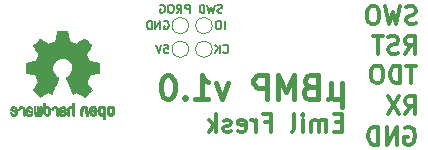
<source format=gbr>
G04 #@! TF.GenerationSoftware,KiCad,Pcbnew,no-vcs-found-826efab~61~ubuntu16.04.1*
G04 #@! TF.CreationDate,2018-02-09T13:34:48+01:00*
G04 #@! TF.ProjectId,ubmp_v1r1,75626D705F763172312E6B696361645F,rev?*
G04 #@! TF.SameCoordinates,Original*
G04 #@! TF.FileFunction,Legend,Bot*
G04 #@! TF.FilePolarity,Positive*
%FSLAX46Y46*%
G04 Gerber Fmt 4.6, Leading zero omitted, Abs format (unit mm)*
G04 Created by KiCad (PCBNEW no-vcs-found-826efab~61~ubuntu16.04.1) date Fri Feb  9 13:34:48 2018*
%MOMM*%
%LPD*%
G01*
G04 APERTURE LIST*
%ADD10C,0.150000*%
%ADD11C,0.300000*%
%ADD12C,0.400000*%
%ADD13C,0.120000*%
%ADD14C,0.010000*%
%ADD15C,0.100000*%
%ADD16C,1.760000*%
%ADD17C,1.160000*%
G04 APERTURE END LIST*
D10*
X99233333Y-100683333D02*
X99133333Y-100716666D01*
X98966666Y-100716666D01*
X98900000Y-100683333D01*
X98866666Y-100650000D01*
X98833333Y-100583333D01*
X98833333Y-100516666D01*
X98866666Y-100450000D01*
X98900000Y-100416666D01*
X98966666Y-100383333D01*
X99100000Y-100350000D01*
X99166666Y-100316666D01*
X99200000Y-100283333D01*
X99233333Y-100216666D01*
X99233333Y-100150000D01*
X99200000Y-100083333D01*
X99166666Y-100050000D01*
X99100000Y-100016666D01*
X98933333Y-100016666D01*
X98833333Y-100050000D01*
X98600000Y-100016666D02*
X98433333Y-100716666D01*
X98300000Y-100216666D01*
X98166666Y-100716666D01*
X98000000Y-100016666D01*
X97733333Y-100716666D02*
X97733333Y-100016666D01*
X97566666Y-100016666D01*
X97466666Y-100050000D01*
X97400000Y-100116666D01*
X97366666Y-100183333D01*
X97333333Y-100316666D01*
X97333333Y-100416666D01*
X97366666Y-100550000D01*
X97400000Y-100616666D01*
X97466666Y-100683333D01*
X97566666Y-100716666D01*
X97733333Y-100716666D01*
X96500000Y-100716666D02*
X96500000Y-100016666D01*
X96233333Y-100016666D01*
X96166666Y-100050000D01*
X96133333Y-100083333D01*
X96100000Y-100150000D01*
X96100000Y-100250000D01*
X96133333Y-100316666D01*
X96166666Y-100350000D01*
X96233333Y-100383333D01*
X96500000Y-100383333D01*
X95400000Y-100716666D02*
X95633333Y-100383333D01*
X95800000Y-100716666D02*
X95800000Y-100016666D01*
X95533333Y-100016666D01*
X95466666Y-100050000D01*
X95433333Y-100083333D01*
X95400000Y-100150000D01*
X95400000Y-100250000D01*
X95433333Y-100316666D01*
X95466666Y-100350000D01*
X95533333Y-100383333D01*
X95800000Y-100383333D01*
X94966666Y-100016666D02*
X94833333Y-100016666D01*
X94766666Y-100050000D01*
X94700000Y-100116666D01*
X94666666Y-100250000D01*
X94666666Y-100483333D01*
X94700000Y-100616666D01*
X94766666Y-100683333D01*
X94833333Y-100716666D01*
X94966666Y-100716666D01*
X95033333Y-100683333D01*
X95100000Y-100616666D01*
X95133333Y-100483333D01*
X95133333Y-100250000D01*
X95100000Y-100116666D01*
X95033333Y-100050000D01*
X94966666Y-100016666D01*
X94000000Y-100050000D02*
X94066666Y-100016666D01*
X94166666Y-100016666D01*
X94266666Y-100050000D01*
X94333333Y-100116666D01*
X94366666Y-100183333D01*
X94400000Y-100316666D01*
X94400000Y-100416666D01*
X94366666Y-100550000D01*
X94333333Y-100616666D01*
X94266666Y-100683333D01*
X94166666Y-100716666D01*
X94100000Y-100716666D01*
X94000000Y-100683333D01*
X93966666Y-100650000D01*
X93966666Y-100416666D01*
X94100000Y-100416666D01*
D11*
X109407142Y-109992857D02*
X108907142Y-109992857D01*
X108692857Y-110778571D02*
X109407142Y-110778571D01*
X109407142Y-109278571D01*
X108692857Y-109278571D01*
X108050000Y-110778571D02*
X108050000Y-109778571D01*
X108050000Y-109921428D02*
X107978571Y-109850000D01*
X107835714Y-109778571D01*
X107621428Y-109778571D01*
X107478571Y-109850000D01*
X107407142Y-109992857D01*
X107407142Y-110778571D01*
X107407142Y-109992857D02*
X107335714Y-109850000D01*
X107192857Y-109778571D01*
X106978571Y-109778571D01*
X106835714Y-109850000D01*
X106764285Y-109992857D01*
X106764285Y-110778571D01*
X106050000Y-110778571D02*
X106050000Y-109778571D01*
X106050000Y-109278571D02*
X106121428Y-109350000D01*
X106050000Y-109421428D01*
X105978571Y-109350000D01*
X106050000Y-109278571D01*
X106050000Y-109421428D01*
X105121428Y-110778571D02*
X105264285Y-110707142D01*
X105335714Y-110564285D01*
X105335714Y-109278571D01*
X102907142Y-109992857D02*
X103407142Y-109992857D01*
X103407142Y-110778571D02*
X103407142Y-109278571D01*
X102692857Y-109278571D01*
X102121428Y-110778571D02*
X102121428Y-109778571D01*
X102121428Y-110064285D02*
X102050000Y-109921428D01*
X101978571Y-109850000D01*
X101835714Y-109778571D01*
X101692857Y-109778571D01*
X100621428Y-110707142D02*
X100764285Y-110778571D01*
X101050000Y-110778571D01*
X101192857Y-110707142D01*
X101264285Y-110564285D01*
X101264285Y-109992857D01*
X101192857Y-109850000D01*
X101050000Y-109778571D01*
X100764285Y-109778571D01*
X100621428Y-109850000D01*
X100550000Y-109992857D01*
X100550000Y-110135714D01*
X101264285Y-110278571D01*
X99978571Y-110707142D02*
X99835714Y-110778571D01*
X99550000Y-110778571D01*
X99407142Y-110707142D01*
X99335714Y-110564285D01*
X99335714Y-110492857D01*
X99407142Y-110350000D01*
X99550000Y-110278571D01*
X99764285Y-110278571D01*
X99907142Y-110207142D01*
X99978571Y-110064285D01*
X99978571Y-109992857D01*
X99907142Y-109850000D01*
X99764285Y-109778571D01*
X99550000Y-109778571D01*
X99407142Y-109850000D01*
X98692857Y-110778571D02*
X98692857Y-109278571D01*
X98550000Y-110207142D02*
X98121428Y-110778571D01*
X98121428Y-109778571D02*
X98692857Y-110350000D01*
D12*
X109419047Y-106671428D02*
X109419047Y-108671428D01*
X108466666Y-107719047D02*
X108371428Y-107909523D01*
X108180952Y-108004761D01*
X109419047Y-107719047D02*
X109323809Y-107909523D01*
X109133333Y-108004761D01*
X108752380Y-108004761D01*
X108561904Y-107909523D01*
X108466666Y-107719047D01*
X108466666Y-106671428D01*
X106657142Y-106957142D02*
X106371428Y-107052380D01*
X106276190Y-107147619D01*
X106180952Y-107338095D01*
X106180952Y-107623809D01*
X106276190Y-107814285D01*
X106371428Y-107909523D01*
X106561904Y-108004761D01*
X107323809Y-108004761D01*
X107323809Y-106004761D01*
X106657142Y-106004761D01*
X106466666Y-106100000D01*
X106371428Y-106195238D01*
X106276190Y-106385714D01*
X106276190Y-106576190D01*
X106371428Y-106766666D01*
X106466666Y-106861904D01*
X106657142Y-106957142D01*
X107323809Y-106957142D01*
X105323809Y-108004761D02*
X105323809Y-106004761D01*
X104657142Y-107433333D01*
X103990476Y-106004761D01*
X103990476Y-108004761D01*
X103038095Y-108004761D02*
X103038095Y-106004761D01*
X102276190Y-106004761D01*
X102085714Y-106100000D01*
X101990476Y-106195238D01*
X101895238Y-106385714D01*
X101895238Y-106671428D01*
X101990476Y-106861904D01*
X102085714Y-106957142D01*
X102276190Y-107052380D01*
X103038095Y-107052380D01*
X99704761Y-106671428D02*
X99228571Y-108004761D01*
X98752380Y-106671428D01*
X96942857Y-108004761D02*
X98085714Y-108004761D01*
X97514285Y-108004761D02*
X97514285Y-106004761D01*
X97704761Y-106290476D01*
X97895238Y-106480952D01*
X98085714Y-106576190D01*
X96085714Y-107814285D02*
X95990476Y-107909523D01*
X96085714Y-108004761D01*
X96180952Y-107909523D01*
X96085714Y-107814285D01*
X96085714Y-108004761D01*
X94752380Y-106004761D02*
X94561904Y-106004761D01*
X94371428Y-106100000D01*
X94276190Y-106195238D01*
X94180952Y-106385714D01*
X94085714Y-106766666D01*
X94085714Y-107242857D01*
X94180952Y-107623809D01*
X94276190Y-107814285D01*
X94371428Y-107909523D01*
X94561904Y-108004761D01*
X94752380Y-108004761D01*
X94942857Y-107909523D01*
X95038095Y-107814285D01*
X95133333Y-107623809D01*
X95228571Y-107242857D01*
X95228571Y-106766666D01*
X95133333Y-106385714D01*
X95038095Y-106195238D01*
X94942857Y-106100000D01*
X94752380Y-106004761D01*
D10*
X99333333Y-104050000D02*
X99366666Y-104083333D01*
X99466666Y-104116666D01*
X99533333Y-104116666D01*
X99633333Y-104083333D01*
X99700000Y-104016666D01*
X99733333Y-103950000D01*
X99766666Y-103816666D01*
X99766666Y-103716666D01*
X99733333Y-103583333D01*
X99700000Y-103516666D01*
X99633333Y-103450000D01*
X99533333Y-103416666D01*
X99466666Y-103416666D01*
X99366666Y-103450000D01*
X99333333Y-103483333D01*
X99033333Y-104116666D02*
X99033333Y-103416666D01*
X98633333Y-104116666D02*
X98933333Y-103716666D01*
X98633333Y-103416666D02*
X99033333Y-103816666D01*
X99466666Y-102116666D02*
X99466666Y-101416666D01*
X99000000Y-101416666D02*
X98866666Y-101416666D01*
X98800000Y-101450000D01*
X98733333Y-101516666D01*
X98700000Y-101650000D01*
X98700000Y-101883333D01*
X98733333Y-102016666D01*
X98800000Y-102083333D01*
X98866666Y-102116666D01*
X99000000Y-102116666D01*
X99066666Y-102083333D01*
X99133333Y-102016666D01*
X99166666Y-101883333D01*
X99166666Y-101650000D01*
X99133333Y-101516666D01*
X99066666Y-101450000D01*
X99000000Y-101416666D01*
X94333333Y-101450000D02*
X94400000Y-101416666D01*
X94500000Y-101416666D01*
X94600000Y-101450000D01*
X94666666Y-101516666D01*
X94700000Y-101583333D01*
X94733333Y-101716666D01*
X94733333Y-101816666D01*
X94700000Y-101950000D01*
X94666666Y-102016666D01*
X94600000Y-102083333D01*
X94500000Y-102116666D01*
X94433333Y-102116666D01*
X94333333Y-102083333D01*
X94300000Y-102050000D01*
X94300000Y-101816666D01*
X94433333Y-101816666D01*
X94000000Y-102116666D02*
X94000000Y-101416666D01*
X93600000Y-102116666D01*
X93600000Y-101416666D01*
X93266666Y-102116666D02*
X93266666Y-101416666D01*
X93100000Y-101416666D01*
X93000000Y-101450000D01*
X92933333Y-101516666D01*
X92900000Y-101583333D01*
X92866666Y-101716666D01*
X92866666Y-101816666D01*
X92900000Y-101950000D01*
X92933333Y-102016666D01*
X93000000Y-102083333D01*
X93100000Y-102116666D01*
X93266666Y-102116666D01*
X94333333Y-103416666D02*
X94666666Y-103416666D01*
X94700000Y-103750000D01*
X94666666Y-103716666D01*
X94600000Y-103683333D01*
X94433333Y-103683333D01*
X94366666Y-103716666D01*
X94333333Y-103750000D01*
X94300000Y-103816666D01*
X94300000Y-103983333D01*
X94333333Y-104050000D01*
X94366666Y-104083333D01*
X94433333Y-104116666D01*
X94600000Y-104116666D01*
X94666666Y-104083333D01*
X94700000Y-104050000D01*
X94100000Y-103416666D02*
X93866666Y-104116666D01*
X93633333Y-103416666D01*
D11*
X115671428Y-101607142D02*
X115457142Y-101678571D01*
X115100000Y-101678571D01*
X114957142Y-101607142D01*
X114885714Y-101535714D01*
X114814285Y-101392857D01*
X114814285Y-101250000D01*
X114885714Y-101107142D01*
X114957142Y-101035714D01*
X115100000Y-100964285D01*
X115385714Y-100892857D01*
X115528571Y-100821428D01*
X115600000Y-100750000D01*
X115671428Y-100607142D01*
X115671428Y-100464285D01*
X115600000Y-100321428D01*
X115528571Y-100250000D01*
X115385714Y-100178571D01*
X115028571Y-100178571D01*
X114814285Y-100250000D01*
X114314285Y-100178571D02*
X113957142Y-101678571D01*
X113671428Y-100607142D01*
X113385714Y-101678571D01*
X113028571Y-100178571D01*
X112171428Y-100178571D02*
X111885714Y-100178571D01*
X111742857Y-100250000D01*
X111600000Y-100392857D01*
X111528571Y-100678571D01*
X111528571Y-101178571D01*
X111600000Y-101464285D01*
X111742857Y-101607142D01*
X111885714Y-101678571D01*
X112171428Y-101678571D01*
X112314285Y-101607142D01*
X112457142Y-101464285D01*
X112528571Y-101178571D01*
X112528571Y-100678571D01*
X112457142Y-100392857D01*
X112314285Y-100250000D01*
X112171428Y-100178571D01*
X114721428Y-104178571D02*
X115221428Y-103464285D01*
X115578571Y-104178571D02*
X115578571Y-102678571D01*
X115007142Y-102678571D01*
X114864285Y-102750000D01*
X114792857Y-102821428D01*
X114721428Y-102964285D01*
X114721428Y-103178571D01*
X114792857Y-103321428D01*
X114864285Y-103392857D01*
X115007142Y-103464285D01*
X115578571Y-103464285D01*
X114150000Y-104107142D02*
X113935714Y-104178571D01*
X113578571Y-104178571D01*
X113435714Y-104107142D01*
X113364285Y-104035714D01*
X113292857Y-103892857D01*
X113292857Y-103750000D01*
X113364285Y-103607142D01*
X113435714Y-103535714D01*
X113578571Y-103464285D01*
X113864285Y-103392857D01*
X114007142Y-103321428D01*
X114078571Y-103250000D01*
X114150000Y-103107142D01*
X114150000Y-102964285D01*
X114078571Y-102821428D01*
X114007142Y-102750000D01*
X113864285Y-102678571D01*
X113507142Y-102678571D01*
X113292857Y-102750000D01*
X112864285Y-102678571D02*
X112007142Y-102678571D01*
X112435714Y-104178571D02*
X112435714Y-102678571D01*
X115664285Y-105178571D02*
X114807142Y-105178571D01*
X115235714Y-106678571D02*
X115235714Y-105178571D01*
X114307142Y-106678571D02*
X114307142Y-105178571D01*
X113950000Y-105178571D01*
X113735714Y-105250000D01*
X113592857Y-105392857D01*
X113521428Y-105535714D01*
X113450000Y-105821428D01*
X113450000Y-106035714D01*
X113521428Y-106321428D01*
X113592857Y-106464285D01*
X113735714Y-106607142D01*
X113950000Y-106678571D01*
X114307142Y-106678571D01*
X112521428Y-105178571D02*
X112235714Y-105178571D01*
X112092857Y-105250000D01*
X111950000Y-105392857D01*
X111878571Y-105678571D01*
X111878571Y-106178571D01*
X111950000Y-106464285D01*
X112092857Y-106607142D01*
X112235714Y-106678571D01*
X112521428Y-106678571D01*
X112664285Y-106607142D01*
X112807142Y-106464285D01*
X112878571Y-106178571D01*
X112878571Y-105678571D01*
X112807142Y-105392857D01*
X112664285Y-105250000D01*
X112521428Y-105178571D01*
X114750000Y-109278571D02*
X115250000Y-108564285D01*
X115607142Y-109278571D02*
X115607142Y-107778571D01*
X115035714Y-107778571D01*
X114892857Y-107850000D01*
X114821428Y-107921428D01*
X114750000Y-108064285D01*
X114750000Y-108278571D01*
X114821428Y-108421428D01*
X114892857Y-108492857D01*
X115035714Y-108564285D01*
X115607142Y-108564285D01*
X114250000Y-107778571D02*
X113250000Y-109278571D01*
X113250000Y-107778571D02*
X114250000Y-109278571D01*
X114742857Y-110450000D02*
X114885714Y-110378571D01*
X115100000Y-110378571D01*
X115314285Y-110450000D01*
X115457142Y-110592857D01*
X115528571Y-110735714D01*
X115600000Y-111021428D01*
X115600000Y-111235714D01*
X115528571Y-111521428D01*
X115457142Y-111664285D01*
X115314285Y-111807142D01*
X115100000Y-111878571D01*
X114957142Y-111878571D01*
X114742857Y-111807142D01*
X114671428Y-111735714D01*
X114671428Y-111235714D01*
X114957142Y-111235714D01*
X114028571Y-111878571D02*
X114028571Y-110378571D01*
X113171428Y-111878571D01*
X113171428Y-110378571D01*
X112457142Y-111878571D02*
X112457142Y-110378571D01*
X112100000Y-110378571D01*
X111885714Y-110450000D01*
X111742857Y-110592857D01*
X111671428Y-110735714D01*
X111600000Y-111021428D01*
X111600000Y-111235714D01*
X111671428Y-111521428D01*
X111742857Y-111664285D01*
X111885714Y-111807142D01*
X112100000Y-111878571D01*
X112457142Y-111878571D01*
D13*
X98400000Y-101800000D02*
G75*
G03X98400000Y-101800000I-700000J0D01*
G01*
X98400000Y-103800000D02*
G75*
G03X98400000Y-103800000I-700000J0D01*
G01*
X96400000Y-101800000D02*
G75*
G03X96400000Y-101800000I-700000J0D01*
G01*
X96400000Y-103800000D02*
G75*
G03X96400000Y-103800000I-700000J0D01*
G01*
D14*
G36*
X85560122Y-102287776D02*
X85454388Y-102288355D01*
X85377868Y-102289922D01*
X85325628Y-102292972D01*
X85292737Y-102297996D01*
X85274263Y-102305489D01*
X85265273Y-102315944D01*
X85260837Y-102329853D01*
X85260406Y-102331654D01*
X85253667Y-102364145D01*
X85241192Y-102428252D01*
X85224281Y-102517151D01*
X85204229Y-102624019D01*
X85182336Y-102742033D01*
X85181571Y-102746178D01*
X85159641Y-102861831D01*
X85139123Y-102964014D01*
X85121341Y-103046598D01*
X85107619Y-103103456D01*
X85099282Y-103128458D01*
X85098884Y-103128901D01*
X85074323Y-103141110D01*
X85023685Y-103161456D01*
X84957905Y-103185545D01*
X84957539Y-103185674D01*
X84874683Y-103216818D01*
X84777000Y-103256491D01*
X84684923Y-103296381D01*
X84680566Y-103298353D01*
X84530593Y-103366420D01*
X84198502Y-103139639D01*
X84096626Y-103070504D01*
X84004343Y-103008697D01*
X83926997Y-102957733D01*
X83869936Y-102921127D01*
X83838505Y-102902394D01*
X83835521Y-102901004D01*
X83812679Y-102907190D01*
X83770018Y-102937035D01*
X83705872Y-102991947D01*
X83618579Y-103073334D01*
X83529465Y-103159922D01*
X83443559Y-103245247D01*
X83366673Y-103323108D01*
X83303436Y-103388697D01*
X83258477Y-103437205D01*
X83236424Y-103463825D01*
X83235604Y-103465195D01*
X83233166Y-103483463D01*
X83242350Y-103513295D01*
X83265426Y-103558721D01*
X83304663Y-103623770D01*
X83362330Y-103712470D01*
X83439205Y-103826657D01*
X83507430Y-103927162D01*
X83568418Y-104017303D01*
X83618644Y-104091849D01*
X83654584Y-104145565D01*
X83672713Y-104173218D01*
X83673854Y-104175095D01*
X83671641Y-104201590D01*
X83654862Y-104253086D01*
X83626858Y-104319851D01*
X83616878Y-104341172D01*
X83573328Y-104436159D01*
X83526866Y-104543937D01*
X83489123Y-104637192D01*
X83461927Y-104706406D01*
X83440325Y-104759006D01*
X83427842Y-104786497D01*
X83426291Y-104788616D01*
X83403332Y-104792124D01*
X83349214Y-104801738D01*
X83271132Y-104816089D01*
X83176281Y-104833807D01*
X83071857Y-104853525D01*
X82965056Y-104873874D01*
X82863074Y-104893486D01*
X82773106Y-104910991D01*
X82702347Y-104925022D01*
X82657994Y-104934209D01*
X82647115Y-104936807D01*
X82635878Y-104943218D01*
X82627395Y-104957697D01*
X82621286Y-104985133D01*
X82617168Y-105030411D01*
X82614659Y-105098420D01*
X82613379Y-105194047D01*
X82612946Y-105322180D01*
X82612923Y-105374701D01*
X82612923Y-105801845D01*
X82715500Y-105822091D01*
X82772569Y-105833070D01*
X82857731Y-105849095D01*
X82960628Y-105868233D01*
X83070904Y-105888551D01*
X83101385Y-105894132D01*
X83203145Y-105913917D01*
X83291795Y-105933373D01*
X83359892Y-105950697D01*
X83399996Y-105964088D01*
X83406677Y-105968079D01*
X83423081Y-105996342D01*
X83446601Y-106051109D01*
X83472684Y-106121588D01*
X83477858Y-106136769D01*
X83512044Y-106230896D01*
X83554477Y-106337101D01*
X83596003Y-106432473D01*
X83596208Y-106432916D01*
X83665360Y-106582525D01*
X83210488Y-107251617D01*
X83502500Y-107544116D01*
X83590820Y-107631170D01*
X83671375Y-107707909D01*
X83739640Y-107770237D01*
X83791092Y-107814056D01*
X83821206Y-107835270D01*
X83825526Y-107836616D01*
X83850889Y-107826016D01*
X83902642Y-107796547D01*
X83975132Y-107751705D01*
X84062706Y-107694984D01*
X84157388Y-107631462D01*
X84253484Y-107566668D01*
X84339163Y-107510287D01*
X84408984Y-107465788D01*
X84457506Y-107436639D01*
X84479218Y-107426308D01*
X84505707Y-107435050D01*
X84555938Y-107458087D01*
X84619549Y-107490631D01*
X84626292Y-107494249D01*
X84711954Y-107537210D01*
X84770694Y-107558279D01*
X84807228Y-107558503D01*
X84826269Y-107538928D01*
X84826380Y-107538654D01*
X84835898Y-107515472D01*
X84858597Y-107460441D01*
X84892718Y-107377822D01*
X84936500Y-107271872D01*
X84988184Y-107146852D01*
X85046008Y-107007020D01*
X85102009Y-106871637D01*
X85163553Y-106722234D01*
X85220061Y-106583832D01*
X85269839Y-106460673D01*
X85311194Y-106357002D01*
X85342432Y-106277059D01*
X85361859Y-106225088D01*
X85367846Y-106205692D01*
X85352832Y-106183443D01*
X85313561Y-106147982D01*
X85261193Y-106108887D01*
X85112059Y-105985245D01*
X84995489Y-105843522D01*
X84912882Y-105686704D01*
X84865634Y-105517775D01*
X84855143Y-105339722D01*
X84862769Y-105257539D01*
X84904318Y-105087031D01*
X84975877Y-104936459D01*
X85073005Y-104807309D01*
X85191266Y-104701064D01*
X85326220Y-104619210D01*
X85473429Y-104563232D01*
X85628456Y-104534615D01*
X85786861Y-104534844D01*
X85944206Y-104565405D01*
X86096054Y-104627782D01*
X86237965Y-104723460D01*
X86297197Y-104777572D01*
X86410797Y-104916520D01*
X86489894Y-105068361D01*
X86535014Y-105228667D01*
X86546684Y-105393012D01*
X86525431Y-105556971D01*
X86471780Y-105716118D01*
X86386260Y-105866025D01*
X86269395Y-106002267D01*
X86138807Y-106108887D01*
X86084412Y-106149642D01*
X86045986Y-106184718D01*
X86032154Y-106205726D01*
X86039397Y-106228635D01*
X86059995Y-106283365D01*
X86092254Y-106365672D01*
X86134479Y-106471315D01*
X86184977Y-106596050D01*
X86242052Y-106735636D01*
X86298146Y-106871670D01*
X86360033Y-107021201D01*
X86417356Y-107159767D01*
X86468356Y-107283107D01*
X86511273Y-107386964D01*
X86544347Y-107467080D01*
X86565819Y-107519195D01*
X86573775Y-107538654D01*
X86592571Y-107558423D01*
X86628926Y-107558365D01*
X86687521Y-107537441D01*
X86773032Y-107494613D01*
X86773708Y-107494249D01*
X86838093Y-107461012D01*
X86890139Y-107436802D01*
X86919488Y-107426404D01*
X86920783Y-107426308D01*
X86942876Y-107436855D01*
X86991652Y-107466184D01*
X87061669Y-107510827D01*
X87147486Y-107567314D01*
X87242612Y-107631462D01*
X87339460Y-107696411D01*
X87426747Y-107752896D01*
X87498819Y-107797421D01*
X87550023Y-107826490D01*
X87574474Y-107836616D01*
X87596990Y-107823307D01*
X87642258Y-107786112D01*
X87705756Y-107729128D01*
X87782961Y-107656449D01*
X87869349Y-107572171D01*
X87897601Y-107544016D01*
X88189713Y-107251416D01*
X87967369Y-106925104D01*
X87899798Y-106824897D01*
X87840493Y-106734963D01*
X87792783Y-106660510D01*
X87759993Y-106606751D01*
X87745452Y-106578894D01*
X87745026Y-106576912D01*
X87752692Y-106550655D01*
X87773311Y-106497837D01*
X87803315Y-106427310D01*
X87824375Y-106380093D01*
X87863752Y-106289694D01*
X87900835Y-106198366D01*
X87929585Y-106121200D01*
X87937395Y-106097692D01*
X87959583Y-106034916D01*
X87981273Y-105986411D01*
X87993187Y-105968079D01*
X88019477Y-105956859D01*
X88076858Y-105940954D01*
X88157882Y-105922167D01*
X88255105Y-105902299D01*
X88298615Y-105894132D01*
X88409104Y-105873829D01*
X88515084Y-105854170D01*
X88606199Y-105837088D01*
X88672092Y-105824518D01*
X88684500Y-105822091D01*
X88787077Y-105801845D01*
X88787077Y-105374701D01*
X88786847Y-105234246D01*
X88785901Y-105127979D01*
X88783859Y-105051013D01*
X88780338Y-104998460D01*
X88774957Y-104965433D01*
X88767334Y-104947045D01*
X88757088Y-104938408D01*
X88752885Y-104936807D01*
X88727530Y-104931127D01*
X88671516Y-104919795D01*
X88592036Y-104904179D01*
X88496288Y-104885647D01*
X88391467Y-104865569D01*
X88284768Y-104845312D01*
X88183387Y-104826246D01*
X88094521Y-104809739D01*
X88025363Y-104797159D01*
X87983111Y-104789875D01*
X87973710Y-104788616D01*
X87965193Y-104771763D01*
X87946340Y-104726870D01*
X87920676Y-104662430D01*
X87910877Y-104637192D01*
X87871352Y-104539686D01*
X87824808Y-104431959D01*
X87783123Y-104341172D01*
X87752450Y-104271753D01*
X87732044Y-104214710D01*
X87725232Y-104179777D01*
X87726318Y-104175095D01*
X87740715Y-104152991D01*
X87773588Y-104103831D01*
X87821410Y-104032848D01*
X87880652Y-103945278D01*
X87947785Y-103846357D01*
X87961059Y-103826830D01*
X88038954Y-103711140D01*
X88096213Y-103623044D01*
X88135119Y-103558486D01*
X88157956Y-103513411D01*
X88167006Y-103483763D01*
X88164552Y-103465485D01*
X88164489Y-103465369D01*
X88145173Y-103441361D01*
X88102449Y-103394947D01*
X88040949Y-103330937D01*
X87965302Y-103254145D01*
X87880139Y-103169382D01*
X87870535Y-103159922D01*
X87763210Y-103055989D01*
X87680385Y-102979675D01*
X87620395Y-102929571D01*
X87581577Y-102904270D01*
X87564480Y-102901004D01*
X87539527Y-102915250D01*
X87487745Y-102948156D01*
X87414480Y-102996208D01*
X87325080Y-103055890D01*
X87224889Y-103123688D01*
X87201499Y-103139639D01*
X86869407Y-103366420D01*
X86719435Y-103298353D01*
X86628230Y-103258685D01*
X86530331Y-103218791D01*
X86446169Y-103186983D01*
X86442462Y-103185674D01*
X86376631Y-103161576D01*
X86325884Y-103141200D01*
X86301158Y-103128936D01*
X86301116Y-103128901D01*
X86293271Y-103106734D01*
X86279934Y-103052217D01*
X86262430Y-102971480D01*
X86242083Y-102870650D01*
X86220218Y-102755856D01*
X86218429Y-102746178D01*
X86196496Y-102627904D01*
X86176360Y-102520542D01*
X86159320Y-102430917D01*
X86146672Y-102365851D01*
X86139716Y-102332168D01*
X86139594Y-102331654D01*
X86135361Y-102317325D01*
X86127129Y-102306507D01*
X86109967Y-102298706D01*
X86078942Y-102293429D01*
X86029122Y-102290182D01*
X85955576Y-102288472D01*
X85853371Y-102287807D01*
X85717575Y-102287693D01*
X85700000Y-102287692D01*
X85560122Y-102287776D01*
X85560122Y-102287776D01*
G37*
X85560122Y-102287776D02*
X85454388Y-102288355D01*
X85377868Y-102289922D01*
X85325628Y-102292972D01*
X85292737Y-102297996D01*
X85274263Y-102305489D01*
X85265273Y-102315944D01*
X85260837Y-102329853D01*
X85260406Y-102331654D01*
X85253667Y-102364145D01*
X85241192Y-102428252D01*
X85224281Y-102517151D01*
X85204229Y-102624019D01*
X85182336Y-102742033D01*
X85181571Y-102746178D01*
X85159641Y-102861831D01*
X85139123Y-102964014D01*
X85121341Y-103046598D01*
X85107619Y-103103456D01*
X85099282Y-103128458D01*
X85098884Y-103128901D01*
X85074323Y-103141110D01*
X85023685Y-103161456D01*
X84957905Y-103185545D01*
X84957539Y-103185674D01*
X84874683Y-103216818D01*
X84777000Y-103256491D01*
X84684923Y-103296381D01*
X84680566Y-103298353D01*
X84530593Y-103366420D01*
X84198502Y-103139639D01*
X84096626Y-103070504D01*
X84004343Y-103008697D01*
X83926997Y-102957733D01*
X83869936Y-102921127D01*
X83838505Y-102902394D01*
X83835521Y-102901004D01*
X83812679Y-102907190D01*
X83770018Y-102937035D01*
X83705872Y-102991947D01*
X83618579Y-103073334D01*
X83529465Y-103159922D01*
X83443559Y-103245247D01*
X83366673Y-103323108D01*
X83303436Y-103388697D01*
X83258477Y-103437205D01*
X83236424Y-103463825D01*
X83235604Y-103465195D01*
X83233166Y-103483463D01*
X83242350Y-103513295D01*
X83265426Y-103558721D01*
X83304663Y-103623770D01*
X83362330Y-103712470D01*
X83439205Y-103826657D01*
X83507430Y-103927162D01*
X83568418Y-104017303D01*
X83618644Y-104091849D01*
X83654584Y-104145565D01*
X83672713Y-104173218D01*
X83673854Y-104175095D01*
X83671641Y-104201590D01*
X83654862Y-104253086D01*
X83626858Y-104319851D01*
X83616878Y-104341172D01*
X83573328Y-104436159D01*
X83526866Y-104543937D01*
X83489123Y-104637192D01*
X83461927Y-104706406D01*
X83440325Y-104759006D01*
X83427842Y-104786497D01*
X83426291Y-104788616D01*
X83403332Y-104792124D01*
X83349214Y-104801738D01*
X83271132Y-104816089D01*
X83176281Y-104833807D01*
X83071857Y-104853525D01*
X82965056Y-104873874D01*
X82863074Y-104893486D01*
X82773106Y-104910991D01*
X82702347Y-104925022D01*
X82657994Y-104934209D01*
X82647115Y-104936807D01*
X82635878Y-104943218D01*
X82627395Y-104957697D01*
X82621286Y-104985133D01*
X82617168Y-105030411D01*
X82614659Y-105098420D01*
X82613379Y-105194047D01*
X82612946Y-105322180D01*
X82612923Y-105374701D01*
X82612923Y-105801845D01*
X82715500Y-105822091D01*
X82772569Y-105833070D01*
X82857731Y-105849095D01*
X82960628Y-105868233D01*
X83070904Y-105888551D01*
X83101385Y-105894132D01*
X83203145Y-105913917D01*
X83291795Y-105933373D01*
X83359892Y-105950697D01*
X83399996Y-105964088D01*
X83406677Y-105968079D01*
X83423081Y-105996342D01*
X83446601Y-106051109D01*
X83472684Y-106121588D01*
X83477858Y-106136769D01*
X83512044Y-106230896D01*
X83554477Y-106337101D01*
X83596003Y-106432473D01*
X83596208Y-106432916D01*
X83665360Y-106582525D01*
X83210488Y-107251617D01*
X83502500Y-107544116D01*
X83590820Y-107631170D01*
X83671375Y-107707909D01*
X83739640Y-107770237D01*
X83791092Y-107814056D01*
X83821206Y-107835270D01*
X83825526Y-107836616D01*
X83850889Y-107826016D01*
X83902642Y-107796547D01*
X83975132Y-107751705D01*
X84062706Y-107694984D01*
X84157388Y-107631462D01*
X84253484Y-107566668D01*
X84339163Y-107510287D01*
X84408984Y-107465788D01*
X84457506Y-107436639D01*
X84479218Y-107426308D01*
X84505707Y-107435050D01*
X84555938Y-107458087D01*
X84619549Y-107490631D01*
X84626292Y-107494249D01*
X84711954Y-107537210D01*
X84770694Y-107558279D01*
X84807228Y-107558503D01*
X84826269Y-107538928D01*
X84826380Y-107538654D01*
X84835898Y-107515472D01*
X84858597Y-107460441D01*
X84892718Y-107377822D01*
X84936500Y-107271872D01*
X84988184Y-107146852D01*
X85046008Y-107007020D01*
X85102009Y-106871637D01*
X85163553Y-106722234D01*
X85220061Y-106583832D01*
X85269839Y-106460673D01*
X85311194Y-106357002D01*
X85342432Y-106277059D01*
X85361859Y-106225088D01*
X85367846Y-106205692D01*
X85352832Y-106183443D01*
X85313561Y-106147982D01*
X85261193Y-106108887D01*
X85112059Y-105985245D01*
X84995489Y-105843522D01*
X84912882Y-105686704D01*
X84865634Y-105517775D01*
X84855143Y-105339722D01*
X84862769Y-105257539D01*
X84904318Y-105087031D01*
X84975877Y-104936459D01*
X85073005Y-104807309D01*
X85191266Y-104701064D01*
X85326220Y-104619210D01*
X85473429Y-104563232D01*
X85628456Y-104534615D01*
X85786861Y-104534844D01*
X85944206Y-104565405D01*
X86096054Y-104627782D01*
X86237965Y-104723460D01*
X86297197Y-104777572D01*
X86410797Y-104916520D01*
X86489894Y-105068361D01*
X86535014Y-105228667D01*
X86546684Y-105393012D01*
X86525431Y-105556971D01*
X86471780Y-105716118D01*
X86386260Y-105866025D01*
X86269395Y-106002267D01*
X86138807Y-106108887D01*
X86084412Y-106149642D01*
X86045986Y-106184718D01*
X86032154Y-106205726D01*
X86039397Y-106228635D01*
X86059995Y-106283365D01*
X86092254Y-106365672D01*
X86134479Y-106471315D01*
X86184977Y-106596050D01*
X86242052Y-106735636D01*
X86298146Y-106871670D01*
X86360033Y-107021201D01*
X86417356Y-107159767D01*
X86468356Y-107283107D01*
X86511273Y-107386964D01*
X86544347Y-107467080D01*
X86565819Y-107519195D01*
X86573775Y-107538654D01*
X86592571Y-107558423D01*
X86628926Y-107558365D01*
X86687521Y-107537441D01*
X86773032Y-107494613D01*
X86773708Y-107494249D01*
X86838093Y-107461012D01*
X86890139Y-107436802D01*
X86919488Y-107426404D01*
X86920783Y-107426308D01*
X86942876Y-107436855D01*
X86991652Y-107466184D01*
X87061669Y-107510827D01*
X87147486Y-107567314D01*
X87242612Y-107631462D01*
X87339460Y-107696411D01*
X87426747Y-107752896D01*
X87498819Y-107797421D01*
X87550023Y-107826490D01*
X87574474Y-107836616D01*
X87596990Y-107823307D01*
X87642258Y-107786112D01*
X87705756Y-107729128D01*
X87782961Y-107656449D01*
X87869349Y-107572171D01*
X87897601Y-107544016D01*
X88189713Y-107251416D01*
X87967369Y-106925104D01*
X87899798Y-106824897D01*
X87840493Y-106734963D01*
X87792783Y-106660510D01*
X87759993Y-106606751D01*
X87745452Y-106578894D01*
X87745026Y-106576912D01*
X87752692Y-106550655D01*
X87773311Y-106497837D01*
X87803315Y-106427310D01*
X87824375Y-106380093D01*
X87863752Y-106289694D01*
X87900835Y-106198366D01*
X87929585Y-106121200D01*
X87937395Y-106097692D01*
X87959583Y-106034916D01*
X87981273Y-105986411D01*
X87993187Y-105968079D01*
X88019477Y-105956859D01*
X88076858Y-105940954D01*
X88157882Y-105922167D01*
X88255105Y-105902299D01*
X88298615Y-105894132D01*
X88409104Y-105873829D01*
X88515084Y-105854170D01*
X88606199Y-105837088D01*
X88672092Y-105824518D01*
X88684500Y-105822091D01*
X88787077Y-105801845D01*
X88787077Y-105374701D01*
X88786847Y-105234246D01*
X88785901Y-105127979D01*
X88783859Y-105051013D01*
X88780338Y-104998460D01*
X88774957Y-104965433D01*
X88767334Y-104947045D01*
X88757088Y-104938408D01*
X88752885Y-104936807D01*
X88727530Y-104931127D01*
X88671516Y-104919795D01*
X88592036Y-104904179D01*
X88496288Y-104885647D01*
X88391467Y-104865569D01*
X88284768Y-104845312D01*
X88183387Y-104826246D01*
X88094521Y-104809739D01*
X88025363Y-104797159D01*
X87983111Y-104789875D01*
X87973710Y-104788616D01*
X87965193Y-104771763D01*
X87946340Y-104726870D01*
X87920676Y-104662430D01*
X87910877Y-104637192D01*
X87871352Y-104539686D01*
X87824808Y-104431959D01*
X87783123Y-104341172D01*
X87752450Y-104271753D01*
X87732044Y-104214710D01*
X87725232Y-104179777D01*
X87726318Y-104175095D01*
X87740715Y-104152991D01*
X87773588Y-104103831D01*
X87821410Y-104032848D01*
X87880652Y-103945278D01*
X87947785Y-103846357D01*
X87961059Y-103826830D01*
X88038954Y-103711140D01*
X88096213Y-103623044D01*
X88135119Y-103558486D01*
X88157956Y-103513411D01*
X88167006Y-103483763D01*
X88164552Y-103465485D01*
X88164489Y-103465369D01*
X88145173Y-103441361D01*
X88102449Y-103394947D01*
X88040949Y-103330937D01*
X87965302Y-103254145D01*
X87880139Y-103169382D01*
X87870535Y-103159922D01*
X87763210Y-103055989D01*
X87680385Y-102979675D01*
X87620395Y-102929571D01*
X87581577Y-102904270D01*
X87564480Y-102901004D01*
X87539527Y-102915250D01*
X87487745Y-102948156D01*
X87414480Y-102996208D01*
X87325080Y-103055890D01*
X87224889Y-103123688D01*
X87201499Y-103139639D01*
X86869407Y-103366420D01*
X86719435Y-103298353D01*
X86628230Y-103258685D01*
X86530331Y-103218791D01*
X86446169Y-103186983D01*
X86442462Y-103185674D01*
X86376631Y-103161576D01*
X86325884Y-103141200D01*
X86301158Y-103128936D01*
X86301116Y-103128901D01*
X86293271Y-103106734D01*
X86279934Y-103052217D01*
X86262430Y-102971480D01*
X86242083Y-102870650D01*
X86220218Y-102755856D01*
X86218429Y-102746178D01*
X86196496Y-102627904D01*
X86176360Y-102520542D01*
X86159320Y-102430917D01*
X86146672Y-102365851D01*
X86139716Y-102332168D01*
X86139594Y-102331654D01*
X86135361Y-102317325D01*
X86127129Y-102306507D01*
X86109967Y-102298706D01*
X86078942Y-102293429D01*
X86029122Y-102290182D01*
X85955576Y-102288472D01*
X85853371Y-102287807D01*
X85717575Y-102287693D01*
X85700000Y-102287692D01*
X85560122Y-102287776D01*
G36*
X81454776Y-108647838D02*
X81377472Y-108698361D01*
X81340186Y-108743590D01*
X81310647Y-108825663D01*
X81308301Y-108890607D01*
X81313615Y-108977445D01*
X81513885Y-109065103D01*
X81611261Y-109109887D01*
X81674887Y-109145913D01*
X81707971Y-109177117D01*
X81713720Y-109207436D01*
X81695342Y-109240805D01*
X81675077Y-109262923D01*
X81616111Y-109298393D01*
X81551976Y-109300879D01*
X81493074Y-109273235D01*
X81449803Y-109218320D01*
X81442064Y-109198928D01*
X81404994Y-109138364D01*
X81362346Y-109112552D01*
X81303846Y-109090471D01*
X81303846Y-109174184D01*
X81309018Y-109231150D01*
X81329277Y-109279189D01*
X81371738Y-109334346D01*
X81378049Y-109341514D01*
X81425280Y-109390585D01*
X81465879Y-109416920D01*
X81516672Y-109429035D01*
X81558780Y-109433003D01*
X81634098Y-109433991D01*
X81687714Y-109421466D01*
X81721162Y-109402869D01*
X81773732Y-109361975D01*
X81810121Y-109317748D01*
X81833150Y-109262126D01*
X81845641Y-109187047D01*
X81850413Y-109084449D01*
X81850794Y-109032376D01*
X81849499Y-108969948D01*
X81731529Y-108969948D01*
X81730161Y-109003438D01*
X81726751Y-109008923D01*
X81704247Y-109001472D01*
X81655818Y-108981753D01*
X81591092Y-108953718D01*
X81577557Y-108947692D01*
X81495756Y-108906096D01*
X81450688Y-108869538D01*
X81440783Y-108835296D01*
X81464474Y-108800648D01*
X81484040Y-108785339D01*
X81554640Y-108754721D01*
X81620720Y-108759780D01*
X81676041Y-108797151D01*
X81714364Y-108863473D01*
X81726651Y-108916116D01*
X81731529Y-108969948D01*
X81849499Y-108969948D01*
X81848270Y-108910720D01*
X81838968Y-108820710D01*
X81820540Y-108755167D01*
X81790640Y-108706912D01*
X81746920Y-108668767D01*
X81727859Y-108656440D01*
X81641274Y-108624336D01*
X81546478Y-108622316D01*
X81454776Y-108647838D01*
X81454776Y-108647838D01*
G37*
X81454776Y-108647838D02*
X81377472Y-108698361D01*
X81340186Y-108743590D01*
X81310647Y-108825663D01*
X81308301Y-108890607D01*
X81313615Y-108977445D01*
X81513885Y-109065103D01*
X81611261Y-109109887D01*
X81674887Y-109145913D01*
X81707971Y-109177117D01*
X81713720Y-109207436D01*
X81695342Y-109240805D01*
X81675077Y-109262923D01*
X81616111Y-109298393D01*
X81551976Y-109300879D01*
X81493074Y-109273235D01*
X81449803Y-109218320D01*
X81442064Y-109198928D01*
X81404994Y-109138364D01*
X81362346Y-109112552D01*
X81303846Y-109090471D01*
X81303846Y-109174184D01*
X81309018Y-109231150D01*
X81329277Y-109279189D01*
X81371738Y-109334346D01*
X81378049Y-109341514D01*
X81425280Y-109390585D01*
X81465879Y-109416920D01*
X81516672Y-109429035D01*
X81558780Y-109433003D01*
X81634098Y-109433991D01*
X81687714Y-109421466D01*
X81721162Y-109402869D01*
X81773732Y-109361975D01*
X81810121Y-109317748D01*
X81833150Y-109262126D01*
X81845641Y-109187047D01*
X81850413Y-109084449D01*
X81850794Y-109032376D01*
X81849499Y-108969948D01*
X81731529Y-108969948D01*
X81730161Y-109003438D01*
X81726751Y-109008923D01*
X81704247Y-109001472D01*
X81655818Y-108981753D01*
X81591092Y-108953718D01*
X81577557Y-108947692D01*
X81495756Y-108906096D01*
X81450688Y-108869538D01*
X81440783Y-108835296D01*
X81464474Y-108800648D01*
X81484040Y-108785339D01*
X81554640Y-108754721D01*
X81620720Y-108759780D01*
X81676041Y-108797151D01*
X81714364Y-108863473D01*
X81726651Y-108916116D01*
X81731529Y-108969948D01*
X81849499Y-108969948D01*
X81848270Y-108910720D01*
X81838968Y-108820710D01*
X81820540Y-108755167D01*
X81790640Y-108706912D01*
X81746920Y-108668767D01*
X81727859Y-108656440D01*
X81641274Y-108624336D01*
X81546478Y-108622316D01*
X81454776Y-108647838D01*
G36*
X82129193Y-108636782D02*
X82105839Y-108646988D01*
X82050098Y-108691134D01*
X82002431Y-108754967D01*
X81972952Y-108823087D01*
X81968154Y-108856670D01*
X81984240Y-108903556D01*
X82019525Y-108928365D01*
X82057356Y-108943387D01*
X82074679Y-108946155D01*
X82083114Y-108926066D01*
X82099770Y-108882351D01*
X82107077Y-108862598D01*
X82148052Y-108794271D01*
X82207378Y-108760191D01*
X82283448Y-108761239D01*
X82289082Y-108762581D01*
X82329695Y-108781836D01*
X82359552Y-108819375D01*
X82379945Y-108879809D01*
X82392164Y-108967751D01*
X82397500Y-109087813D01*
X82398000Y-109151698D01*
X82398248Y-109252403D01*
X82399874Y-109321054D01*
X82404199Y-109364673D01*
X82412546Y-109390282D01*
X82426235Y-109404903D01*
X82446589Y-109415558D01*
X82447766Y-109416095D01*
X82486962Y-109432667D01*
X82506381Y-109438769D01*
X82509365Y-109420319D01*
X82511919Y-109369323D01*
X82513860Y-109292308D01*
X82515003Y-109195805D01*
X82515231Y-109125184D01*
X82514068Y-108988525D01*
X82509521Y-108884851D01*
X82500001Y-108808108D01*
X82483919Y-108752246D01*
X82459687Y-108711212D01*
X82425714Y-108678954D01*
X82392167Y-108656440D01*
X82311501Y-108626476D01*
X82217619Y-108619718D01*
X82129193Y-108636782D01*
X82129193Y-108636782D01*
G37*
X82129193Y-108636782D02*
X82105839Y-108646988D01*
X82050098Y-108691134D01*
X82002431Y-108754967D01*
X81972952Y-108823087D01*
X81968154Y-108856670D01*
X81984240Y-108903556D01*
X82019525Y-108928365D01*
X82057356Y-108943387D01*
X82074679Y-108946155D01*
X82083114Y-108926066D01*
X82099770Y-108882351D01*
X82107077Y-108862598D01*
X82148052Y-108794271D01*
X82207378Y-108760191D01*
X82283448Y-108761239D01*
X82289082Y-108762581D01*
X82329695Y-108781836D01*
X82359552Y-108819375D01*
X82379945Y-108879809D01*
X82392164Y-108967751D01*
X82397500Y-109087813D01*
X82398000Y-109151698D01*
X82398248Y-109252403D01*
X82399874Y-109321054D01*
X82404199Y-109364673D01*
X82412546Y-109390282D01*
X82426235Y-109404903D01*
X82446589Y-109415558D01*
X82447766Y-109416095D01*
X82486962Y-109432667D01*
X82506381Y-109438769D01*
X82509365Y-109420319D01*
X82511919Y-109369323D01*
X82513860Y-109292308D01*
X82515003Y-109195805D01*
X82515231Y-109125184D01*
X82514068Y-108988525D01*
X82509521Y-108884851D01*
X82500001Y-108808108D01*
X82483919Y-108752246D01*
X82459687Y-108711212D01*
X82425714Y-108678954D01*
X82392167Y-108656440D01*
X82311501Y-108626476D01*
X82217619Y-108619718D01*
X82129193Y-108636782D01*
G36*
X82812667Y-108633528D02*
X82756410Y-108659117D01*
X82712253Y-108690124D01*
X82679899Y-108724795D01*
X82657562Y-108769520D01*
X82643454Y-108830692D01*
X82635789Y-108914701D01*
X82632780Y-109027940D01*
X82632462Y-109102509D01*
X82632462Y-109393420D01*
X82682227Y-109416095D01*
X82721424Y-109432667D01*
X82740843Y-109438769D01*
X82744558Y-109420610D01*
X82747505Y-109371648D01*
X82749309Y-109300153D01*
X82749692Y-109243385D01*
X82751339Y-109161371D01*
X82755778Y-109096309D01*
X82762260Y-109056467D01*
X82767410Y-109048000D01*
X82802023Y-109056646D01*
X82856360Y-109078823D01*
X82919278Y-109108886D01*
X82979632Y-109141192D01*
X83026279Y-109170098D01*
X83048074Y-109189961D01*
X83048161Y-109190175D01*
X83046286Y-109226935D01*
X83029475Y-109262026D01*
X82999961Y-109290528D01*
X82956884Y-109300061D01*
X82920068Y-109298950D01*
X82867926Y-109298133D01*
X82840556Y-109310349D01*
X82824118Y-109342624D01*
X82822045Y-109348710D01*
X82814919Y-109394739D01*
X82833976Y-109422687D01*
X82883647Y-109436007D01*
X82937303Y-109438470D01*
X83033858Y-109420210D01*
X83083841Y-109394131D01*
X83145571Y-109332868D01*
X83178310Y-109257670D01*
X83181247Y-109178211D01*
X83153576Y-109104167D01*
X83111953Y-109057769D01*
X83070396Y-109031793D01*
X83005078Y-108998907D01*
X82928962Y-108965557D01*
X82916274Y-108960461D01*
X82832667Y-108923565D01*
X82784470Y-108891046D01*
X82768970Y-108858718D01*
X82783450Y-108822394D01*
X82808308Y-108794000D01*
X82867061Y-108759039D01*
X82931707Y-108756417D01*
X82990992Y-108783358D01*
X83033661Y-108837088D01*
X83039261Y-108850950D01*
X83071867Y-108901936D01*
X83119470Y-108939787D01*
X83179539Y-108970850D01*
X83179539Y-108882768D01*
X83176003Y-108828951D01*
X83160844Y-108786534D01*
X83127232Y-108741279D01*
X83094965Y-108706420D01*
X83044791Y-108657062D01*
X83005807Y-108630547D01*
X82963936Y-108619911D01*
X82916540Y-108618154D01*
X82812667Y-108633528D01*
X82812667Y-108633528D01*
G37*
X82812667Y-108633528D02*
X82756410Y-108659117D01*
X82712253Y-108690124D01*
X82679899Y-108724795D01*
X82657562Y-108769520D01*
X82643454Y-108830692D01*
X82635789Y-108914701D01*
X82632780Y-109027940D01*
X82632462Y-109102509D01*
X82632462Y-109393420D01*
X82682227Y-109416095D01*
X82721424Y-109432667D01*
X82740843Y-109438769D01*
X82744558Y-109420610D01*
X82747505Y-109371648D01*
X82749309Y-109300153D01*
X82749692Y-109243385D01*
X82751339Y-109161371D01*
X82755778Y-109096309D01*
X82762260Y-109056467D01*
X82767410Y-109048000D01*
X82802023Y-109056646D01*
X82856360Y-109078823D01*
X82919278Y-109108886D01*
X82979632Y-109141192D01*
X83026279Y-109170098D01*
X83048074Y-109189961D01*
X83048161Y-109190175D01*
X83046286Y-109226935D01*
X83029475Y-109262026D01*
X82999961Y-109290528D01*
X82956884Y-109300061D01*
X82920068Y-109298950D01*
X82867926Y-109298133D01*
X82840556Y-109310349D01*
X82824118Y-109342624D01*
X82822045Y-109348710D01*
X82814919Y-109394739D01*
X82833976Y-109422687D01*
X82883647Y-109436007D01*
X82937303Y-109438470D01*
X83033858Y-109420210D01*
X83083841Y-109394131D01*
X83145571Y-109332868D01*
X83178310Y-109257670D01*
X83181247Y-109178211D01*
X83153576Y-109104167D01*
X83111953Y-109057769D01*
X83070396Y-109031793D01*
X83005078Y-108998907D01*
X82928962Y-108965557D01*
X82916274Y-108960461D01*
X82832667Y-108923565D01*
X82784470Y-108891046D01*
X82768970Y-108858718D01*
X82783450Y-108822394D01*
X82808308Y-108794000D01*
X82867061Y-108759039D01*
X82931707Y-108756417D01*
X82990992Y-108783358D01*
X83033661Y-108837088D01*
X83039261Y-108850950D01*
X83071867Y-108901936D01*
X83119470Y-108939787D01*
X83179539Y-108970850D01*
X83179539Y-108882768D01*
X83176003Y-108828951D01*
X83160844Y-108786534D01*
X83127232Y-108741279D01*
X83094965Y-108706420D01*
X83044791Y-108657062D01*
X83005807Y-108630547D01*
X82963936Y-108619911D01*
X82916540Y-108618154D01*
X82812667Y-108633528D01*
G36*
X83304071Y-108636662D02*
X83301089Y-108688068D01*
X83298753Y-108766192D01*
X83297251Y-108864857D01*
X83296769Y-108968343D01*
X83296769Y-109318533D01*
X83358599Y-109380363D01*
X83401207Y-109418462D01*
X83438610Y-109433895D01*
X83489730Y-109432918D01*
X83510022Y-109430433D01*
X83573446Y-109423200D01*
X83625905Y-109419055D01*
X83638692Y-109418672D01*
X83681801Y-109421176D01*
X83743456Y-109427462D01*
X83767362Y-109430433D01*
X83826078Y-109435028D01*
X83865536Y-109425046D01*
X83904662Y-109394228D01*
X83918785Y-109380363D01*
X83980615Y-109318533D01*
X83980615Y-108663503D01*
X83930850Y-108640829D01*
X83887998Y-108624034D01*
X83862927Y-108618154D01*
X83856499Y-108636736D01*
X83850491Y-108688655D01*
X83845303Y-108768172D01*
X83841336Y-108869546D01*
X83839423Y-108955192D01*
X83834077Y-109292231D01*
X83787440Y-109298825D01*
X83745024Y-109294214D01*
X83724240Y-109279287D01*
X83718430Y-109251377D01*
X83713470Y-109191925D01*
X83709754Y-109108466D01*
X83707676Y-109008532D01*
X83707376Y-108957104D01*
X83707077Y-108661054D01*
X83645546Y-108639604D01*
X83601996Y-108625020D01*
X83578306Y-108618219D01*
X83577623Y-108618154D01*
X83575246Y-108636642D01*
X83572634Y-108687906D01*
X83570005Y-108765649D01*
X83567579Y-108863574D01*
X83565885Y-108955192D01*
X83560539Y-109292231D01*
X83443308Y-109292231D01*
X83437928Y-108984746D01*
X83432549Y-108677261D01*
X83375399Y-108647707D01*
X83333203Y-108627413D01*
X83308230Y-108618204D01*
X83307509Y-108618154D01*
X83304071Y-108636662D01*
X83304071Y-108636662D01*
G37*
X83304071Y-108636662D02*
X83301089Y-108688068D01*
X83298753Y-108766192D01*
X83297251Y-108864857D01*
X83296769Y-108968343D01*
X83296769Y-109318533D01*
X83358599Y-109380363D01*
X83401207Y-109418462D01*
X83438610Y-109433895D01*
X83489730Y-109432918D01*
X83510022Y-109430433D01*
X83573446Y-109423200D01*
X83625905Y-109419055D01*
X83638692Y-109418672D01*
X83681801Y-109421176D01*
X83743456Y-109427462D01*
X83767362Y-109430433D01*
X83826078Y-109435028D01*
X83865536Y-109425046D01*
X83904662Y-109394228D01*
X83918785Y-109380363D01*
X83980615Y-109318533D01*
X83980615Y-108663503D01*
X83930850Y-108640829D01*
X83887998Y-108624034D01*
X83862927Y-108618154D01*
X83856499Y-108636736D01*
X83850491Y-108688655D01*
X83845303Y-108768172D01*
X83841336Y-108869546D01*
X83839423Y-108955192D01*
X83834077Y-109292231D01*
X83787440Y-109298825D01*
X83745024Y-109294214D01*
X83724240Y-109279287D01*
X83718430Y-109251377D01*
X83713470Y-109191925D01*
X83709754Y-109108466D01*
X83707676Y-109008532D01*
X83707376Y-108957104D01*
X83707077Y-108661054D01*
X83645546Y-108639604D01*
X83601996Y-108625020D01*
X83578306Y-108618219D01*
X83577623Y-108618154D01*
X83575246Y-108636642D01*
X83572634Y-108687906D01*
X83570005Y-108765649D01*
X83567579Y-108863574D01*
X83565885Y-108955192D01*
X83560539Y-109292231D01*
X83443308Y-109292231D01*
X83437928Y-108984746D01*
X83432549Y-108677261D01*
X83375399Y-108647707D01*
X83333203Y-108627413D01*
X83308230Y-108618204D01*
X83307509Y-108618154D01*
X83304071Y-108636662D01*
G36*
X84097919Y-108780289D02*
X84098167Y-108926320D01*
X84099128Y-109038655D01*
X84101206Y-109122678D01*
X84104807Y-109183769D01*
X84110335Y-109227309D01*
X84118196Y-109258679D01*
X84128793Y-109283262D01*
X84136818Y-109297294D01*
X84203272Y-109373388D01*
X84287530Y-109421084D01*
X84380751Y-109438199D01*
X84474100Y-109422546D01*
X84529688Y-109394418D01*
X84588043Y-109345760D01*
X84627814Y-109286333D01*
X84651810Y-109208507D01*
X84662839Y-109104652D01*
X84664401Y-109028462D01*
X84664191Y-109022986D01*
X84527692Y-109022986D01*
X84526859Y-109110355D01*
X84523039Y-109168192D01*
X84514254Y-109206029D01*
X84498526Y-109233398D01*
X84479734Y-109254042D01*
X84416625Y-109293890D01*
X84348863Y-109297295D01*
X84284821Y-109264025D01*
X84279836Y-109259517D01*
X84258561Y-109236067D01*
X84245221Y-109208166D01*
X84237999Y-109166641D01*
X84235077Y-109102316D01*
X84234615Y-109031200D01*
X84235617Y-108941858D01*
X84239762Y-108882258D01*
X84248764Y-108843089D01*
X84264333Y-108815040D01*
X84277098Y-108800144D01*
X84336400Y-108762575D01*
X84404699Y-108758057D01*
X84469890Y-108786753D01*
X84482472Y-108797406D01*
X84503889Y-108821063D01*
X84517256Y-108849251D01*
X84524434Y-108891245D01*
X84527281Y-108956319D01*
X84527692Y-109022986D01*
X84664191Y-109022986D01*
X84659678Y-108905765D01*
X84643638Y-108813577D01*
X84613472Y-108744269D01*
X84566371Y-108690211D01*
X84529688Y-108662505D01*
X84463010Y-108632572D01*
X84385728Y-108618678D01*
X84313890Y-108622397D01*
X84273692Y-108637400D01*
X84257918Y-108641670D01*
X84247450Y-108625750D01*
X84240144Y-108583089D01*
X84234615Y-108518106D01*
X84228563Y-108445732D01*
X84220156Y-108402187D01*
X84204859Y-108377287D01*
X84178136Y-108360845D01*
X84161346Y-108353564D01*
X84097846Y-108326963D01*
X84097919Y-108780289D01*
X84097919Y-108780289D01*
G37*
X84097919Y-108780289D02*
X84098167Y-108926320D01*
X84099128Y-109038655D01*
X84101206Y-109122678D01*
X84104807Y-109183769D01*
X84110335Y-109227309D01*
X84118196Y-109258679D01*
X84128793Y-109283262D01*
X84136818Y-109297294D01*
X84203272Y-109373388D01*
X84287530Y-109421084D01*
X84380751Y-109438199D01*
X84474100Y-109422546D01*
X84529688Y-109394418D01*
X84588043Y-109345760D01*
X84627814Y-109286333D01*
X84651810Y-109208507D01*
X84662839Y-109104652D01*
X84664401Y-109028462D01*
X84664191Y-109022986D01*
X84527692Y-109022986D01*
X84526859Y-109110355D01*
X84523039Y-109168192D01*
X84514254Y-109206029D01*
X84498526Y-109233398D01*
X84479734Y-109254042D01*
X84416625Y-109293890D01*
X84348863Y-109297295D01*
X84284821Y-109264025D01*
X84279836Y-109259517D01*
X84258561Y-109236067D01*
X84245221Y-109208166D01*
X84237999Y-109166641D01*
X84235077Y-109102316D01*
X84234615Y-109031200D01*
X84235617Y-108941858D01*
X84239762Y-108882258D01*
X84248764Y-108843089D01*
X84264333Y-108815040D01*
X84277098Y-108800144D01*
X84336400Y-108762575D01*
X84404699Y-108758057D01*
X84469890Y-108786753D01*
X84482472Y-108797406D01*
X84503889Y-108821063D01*
X84517256Y-108849251D01*
X84524434Y-108891245D01*
X84527281Y-108956319D01*
X84527692Y-109022986D01*
X84664191Y-109022986D01*
X84659678Y-108905765D01*
X84643638Y-108813577D01*
X84613472Y-108744269D01*
X84566371Y-108690211D01*
X84529688Y-108662505D01*
X84463010Y-108632572D01*
X84385728Y-108618678D01*
X84313890Y-108622397D01*
X84273692Y-108637400D01*
X84257918Y-108641670D01*
X84247450Y-108625750D01*
X84240144Y-108583089D01*
X84234615Y-108518106D01*
X84228563Y-108445732D01*
X84220156Y-108402187D01*
X84204859Y-108377287D01*
X84178136Y-108360845D01*
X84161346Y-108353564D01*
X84097846Y-108326963D01*
X84097919Y-108780289D01*
G36*
X84986638Y-108624670D02*
X84897883Y-108657421D01*
X84825978Y-108715350D01*
X84797856Y-108756128D01*
X84767198Y-108830954D01*
X84767835Y-108885058D01*
X84800013Y-108921446D01*
X84811919Y-108927633D01*
X84863325Y-108946925D01*
X84889578Y-108941982D01*
X84898470Y-108909587D01*
X84898923Y-108891692D01*
X84915203Y-108825859D01*
X84957635Y-108779807D01*
X85016612Y-108757564D01*
X85082525Y-108763161D01*
X85136105Y-108792229D01*
X85154202Y-108808810D01*
X85167029Y-108828925D01*
X85175694Y-108859332D01*
X85181304Y-108906788D01*
X85184965Y-108978050D01*
X85187785Y-109079875D01*
X85188516Y-109112115D01*
X85191180Y-109222410D01*
X85194208Y-109300036D01*
X85198750Y-109351396D01*
X85205954Y-109382890D01*
X85216967Y-109400920D01*
X85232940Y-109411888D01*
X85243166Y-109416733D01*
X85286594Y-109433301D01*
X85312158Y-109438769D01*
X85320605Y-109420507D01*
X85325761Y-109365296D01*
X85327654Y-109272499D01*
X85326311Y-109141478D01*
X85325893Y-109121269D01*
X85322942Y-109001733D01*
X85319452Y-108914449D01*
X85314486Y-108852591D01*
X85307107Y-108809336D01*
X85296376Y-108777860D01*
X85281355Y-108751339D01*
X85273498Y-108739975D01*
X85228447Y-108689692D01*
X85178060Y-108650581D01*
X85171892Y-108647167D01*
X85081542Y-108620212D01*
X84986638Y-108624670D01*
X84986638Y-108624670D01*
G37*
X84986638Y-108624670D02*
X84897883Y-108657421D01*
X84825978Y-108715350D01*
X84797856Y-108756128D01*
X84767198Y-108830954D01*
X84767835Y-108885058D01*
X84800013Y-108921446D01*
X84811919Y-108927633D01*
X84863325Y-108946925D01*
X84889578Y-108941982D01*
X84898470Y-108909587D01*
X84898923Y-108891692D01*
X84915203Y-108825859D01*
X84957635Y-108779807D01*
X85016612Y-108757564D01*
X85082525Y-108763161D01*
X85136105Y-108792229D01*
X85154202Y-108808810D01*
X85167029Y-108828925D01*
X85175694Y-108859332D01*
X85181304Y-108906788D01*
X85184965Y-108978050D01*
X85187785Y-109079875D01*
X85188516Y-109112115D01*
X85191180Y-109222410D01*
X85194208Y-109300036D01*
X85198750Y-109351396D01*
X85205954Y-109382890D01*
X85216967Y-109400920D01*
X85232940Y-109411888D01*
X85243166Y-109416733D01*
X85286594Y-109433301D01*
X85312158Y-109438769D01*
X85320605Y-109420507D01*
X85325761Y-109365296D01*
X85327654Y-109272499D01*
X85326311Y-109141478D01*
X85325893Y-109121269D01*
X85322942Y-109001733D01*
X85319452Y-108914449D01*
X85314486Y-108852591D01*
X85307107Y-108809336D01*
X85296376Y-108777860D01*
X85281355Y-108751339D01*
X85273498Y-108739975D01*
X85228447Y-108689692D01*
X85178060Y-108650581D01*
X85171892Y-108647167D01*
X85081542Y-108620212D01*
X84986638Y-108624670D01*
G36*
X85646499Y-108626303D02*
X85569940Y-108654733D01*
X85569064Y-108655279D01*
X85521715Y-108690127D01*
X85486759Y-108730852D01*
X85462175Y-108783925D01*
X85445938Y-108855814D01*
X85436025Y-108952992D01*
X85430414Y-109081928D01*
X85429923Y-109100298D01*
X85422859Y-109377287D01*
X85482305Y-109408028D01*
X85525319Y-109428802D01*
X85551290Y-109438646D01*
X85552491Y-109438769D01*
X85556986Y-109420606D01*
X85560556Y-109371612D01*
X85562752Y-109300031D01*
X85563231Y-109242068D01*
X85563242Y-109148170D01*
X85567534Y-109089203D01*
X85582497Y-109061079D01*
X85614518Y-109059706D01*
X85669986Y-109080998D01*
X85753731Y-109120136D01*
X85815311Y-109152643D01*
X85846983Y-109180845D01*
X85856294Y-109211582D01*
X85856308Y-109213104D01*
X85840943Y-109266054D01*
X85795453Y-109294660D01*
X85725834Y-109298803D01*
X85675687Y-109298084D01*
X85649246Y-109312527D01*
X85632757Y-109347218D01*
X85623267Y-109391416D01*
X85636943Y-109416493D01*
X85642093Y-109420082D01*
X85690575Y-109434496D01*
X85758469Y-109436537D01*
X85828388Y-109426983D01*
X85877932Y-109409522D01*
X85946430Y-109351364D01*
X85985366Y-109270408D01*
X85993077Y-109207160D01*
X85987193Y-109150111D01*
X85965899Y-109103542D01*
X85923735Y-109062181D01*
X85855241Y-109020755D01*
X85754956Y-108973993D01*
X85748846Y-108971350D01*
X85658510Y-108929617D01*
X85602765Y-108895391D01*
X85578871Y-108864635D01*
X85584087Y-108833311D01*
X85615672Y-108797383D01*
X85625117Y-108789116D01*
X85688383Y-108757058D01*
X85753936Y-108758407D01*
X85811028Y-108789838D01*
X85848907Y-108848024D01*
X85852426Y-108859446D01*
X85886700Y-108914837D01*
X85930191Y-108941518D01*
X85993077Y-108967960D01*
X85993077Y-108899548D01*
X85973948Y-108800110D01*
X85917169Y-108708902D01*
X85887622Y-108678389D01*
X85820458Y-108639228D01*
X85735044Y-108621500D01*
X85646499Y-108626303D01*
X85646499Y-108626303D01*
G37*
X85646499Y-108626303D02*
X85569940Y-108654733D01*
X85569064Y-108655279D01*
X85521715Y-108690127D01*
X85486759Y-108730852D01*
X85462175Y-108783925D01*
X85445938Y-108855814D01*
X85436025Y-108952992D01*
X85430414Y-109081928D01*
X85429923Y-109100298D01*
X85422859Y-109377287D01*
X85482305Y-109408028D01*
X85525319Y-109428802D01*
X85551290Y-109438646D01*
X85552491Y-109438769D01*
X85556986Y-109420606D01*
X85560556Y-109371612D01*
X85562752Y-109300031D01*
X85563231Y-109242068D01*
X85563242Y-109148170D01*
X85567534Y-109089203D01*
X85582497Y-109061079D01*
X85614518Y-109059706D01*
X85669986Y-109080998D01*
X85753731Y-109120136D01*
X85815311Y-109152643D01*
X85846983Y-109180845D01*
X85856294Y-109211582D01*
X85856308Y-109213104D01*
X85840943Y-109266054D01*
X85795453Y-109294660D01*
X85725834Y-109298803D01*
X85675687Y-109298084D01*
X85649246Y-109312527D01*
X85632757Y-109347218D01*
X85623267Y-109391416D01*
X85636943Y-109416493D01*
X85642093Y-109420082D01*
X85690575Y-109434496D01*
X85758469Y-109436537D01*
X85828388Y-109426983D01*
X85877932Y-109409522D01*
X85946430Y-109351364D01*
X85985366Y-109270408D01*
X85993077Y-109207160D01*
X85987193Y-109150111D01*
X85965899Y-109103542D01*
X85923735Y-109062181D01*
X85855241Y-109020755D01*
X85754956Y-108973993D01*
X85748846Y-108971350D01*
X85658510Y-108929617D01*
X85602765Y-108895391D01*
X85578871Y-108864635D01*
X85584087Y-108833311D01*
X85615672Y-108797383D01*
X85625117Y-108789116D01*
X85688383Y-108757058D01*
X85753936Y-108758407D01*
X85811028Y-108789838D01*
X85848907Y-108848024D01*
X85852426Y-108859446D01*
X85886700Y-108914837D01*
X85930191Y-108941518D01*
X85993077Y-108967960D01*
X85993077Y-108899548D01*
X85973948Y-108800110D01*
X85917169Y-108708902D01*
X85887622Y-108678389D01*
X85820458Y-108639228D01*
X85735044Y-108621500D01*
X85646499Y-108626303D01*
G36*
X86540154Y-108492120D02*
X86534428Y-108571980D01*
X86527851Y-108619039D01*
X86518738Y-108639566D01*
X86505402Y-108639829D01*
X86501077Y-108637378D01*
X86443556Y-108619636D01*
X86368732Y-108620672D01*
X86292661Y-108638910D01*
X86245082Y-108662505D01*
X86196298Y-108700198D01*
X86160636Y-108742855D01*
X86136155Y-108797057D01*
X86120913Y-108869384D01*
X86112970Y-108966419D01*
X86110384Y-109094742D01*
X86110338Y-109119358D01*
X86110308Y-109395870D01*
X86171839Y-109417320D01*
X86215541Y-109431912D01*
X86239518Y-109438706D01*
X86240223Y-109438769D01*
X86242585Y-109420345D01*
X86244594Y-109369526D01*
X86246099Y-109292993D01*
X86246947Y-109197430D01*
X86247077Y-109139329D01*
X86247349Y-109024771D01*
X86248748Y-108942667D01*
X86252151Y-108886393D01*
X86258433Y-108849326D01*
X86268471Y-108824844D01*
X86283139Y-108806325D01*
X86292298Y-108797406D01*
X86355211Y-108761466D01*
X86423864Y-108758775D01*
X86486152Y-108789170D01*
X86497671Y-108800144D01*
X86514567Y-108820779D01*
X86526286Y-108845256D01*
X86533767Y-108880647D01*
X86537946Y-108934026D01*
X86539763Y-109012466D01*
X86540154Y-109120617D01*
X86540154Y-109395870D01*
X86601685Y-109417320D01*
X86645387Y-109431912D01*
X86669364Y-109438706D01*
X86670070Y-109438769D01*
X86671874Y-109420069D01*
X86673500Y-109367322D01*
X86674883Y-109285557D01*
X86675958Y-109179805D01*
X86676660Y-109055094D01*
X86676923Y-108916455D01*
X86676923Y-108381806D01*
X86549923Y-108328236D01*
X86540154Y-108492120D01*
X86540154Y-108492120D01*
G37*
X86540154Y-108492120D02*
X86534428Y-108571980D01*
X86527851Y-108619039D01*
X86518738Y-108639566D01*
X86505402Y-108639829D01*
X86501077Y-108637378D01*
X86443556Y-108619636D01*
X86368732Y-108620672D01*
X86292661Y-108638910D01*
X86245082Y-108662505D01*
X86196298Y-108700198D01*
X86160636Y-108742855D01*
X86136155Y-108797057D01*
X86120913Y-108869384D01*
X86112970Y-108966419D01*
X86110384Y-109094742D01*
X86110338Y-109119358D01*
X86110308Y-109395870D01*
X86171839Y-109417320D01*
X86215541Y-109431912D01*
X86239518Y-109438706D01*
X86240223Y-109438769D01*
X86242585Y-109420345D01*
X86244594Y-109369526D01*
X86246099Y-109292993D01*
X86246947Y-109197430D01*
X86247077Y-109139329D01*
X86247349Y-109024771D01*
X86248748Y-108942667D01*
X86252151Y-108886393D01*
X86258433Y-108849326D01*
X86268471Y-108824844D01*
X86283139Y-108806325D01*
X86292298Y-108797406D01*
X86355211Y-108761466D01*
X86423864Y-108758775D01*
X86486152Y-108789170D01*
X86497671Y-108800144D01*
X86514567Y-108820779D01*
X86526286Y-108845256D01*
X86533767Y-108880647D01*
X86537946Y-108934026D01*
X86539763Y-109012466D01*
X86540154Y-109120617D01*
X86540154Y-109395870D01*
X86601685Y-109417320D01*
X86645387Y-109431912D01*
X86669364Y-109438706D01*
X86670070Y-109438769D01*
X86671874Y-109420069D01*
X86673500Y-109367322D01*
X86674883Y-109285557D01*
X86675958Y-109179805D01*
X86676660Y-109055094D01*
X86676923Y-108916455D01*
X86676923Y-108381806D01*
X86549923Y-108328236D01*
X86540154Y-108492120D01*
G36*
X88165746Y-108599745D02*
X88088714Y-108651567D01*
X88029184Y-108726412D01*
X87993622Y-108821654D01*
X87986429Y-108891756D01*
X87987246Y-108921009D01*
X87994086Y-108943407D01*
X88012888Y-108963474D01*
X88049592Y-108985733D01*
X88110138Y-109014709D01*
X88200466Y-109054927D01*
X88200923Y-109055129D01*
X88284067Y-109093210D01*
X88352247Y-109127025D01*
X88398495Y-109152933D01*
X88415842Y-109167295D01*
X88415846Y-109167411D01*
X88400557Y-109198685D01*
X88364804Y-109233157D01*
X88323758Y-109257990D01*
X88302963Y-109262923D01*
X88246230Y-109245862D01*
X88197373Y-109203133D01*
X88173535Y-109156155D01*
X88150603Y-109121522D01*
X88105682Y-109082081D01*
X88052877Y-109048009D01*
X88006290Y-109029480D01*
X87996548Y-109028462D01*
X87985582Y-109045215D01*
X87984921Y-109088039D01*
X87992980Y-109145781D01*
X88008173Y-109207289D01*
X88028914Y-109261409D01*
X88029962Y-109263510D01*
X88092379Y-109350660D01*
X88173274Y-109409939D01*
X88265144Y-109439034D01*
X88360487Y-109435634D01*
X88451802Y-109397428D01*
X88455862Y-109394741D01*
X88527694Y-109329642D01*
X88574927Y-109244705D01*
X88601066Y-109133021D01*
X88604574Y-109101643D01*
X88610787Y-108953536D01*
X88603339Y-108884468D01*
X88415846Y-108884468D01*
X88413410Y-108927552D01*
X88400086Y-108940126D01*
X88366868Y-108930719D01*
X88314506Y-108908483D01*
X88255976Y-108880610D01*
X88254521Y-108879872D01*
X88204911Y-108853777D01*
X88185000Y-108836363D01*
X88189910Y-108818107D01*
X88210584Y-108794120D01*
X88263181Y-108759406D01*
X88319823Y-108756856D01*
X88370631Y-108782119D01*
X88405724Y-108830847D01*
X88415846Y-108884468D01*
X88603339Y-108884468D01*
X88598008Y-108835036D01*
X88565222Y-108741055D01*
X88519579Y-108675215D01*
X88437198Y-108608681D01*
X88346454Y-108575676D01*
X88253815Y-108573573D01*
X88165746Y-108599745D01*
X88165746Y-108599745D01*
G37*
X88165746Y-108599745D02*
X88088714Y-108651567D01*
X88029184Y-108726412D01*
X87993622Y-108821654D01*
X87986429Y-108891756D01*
X87987246Y-108921009D01*
X87994086Y-108943407D01*
X88012888Y-108963474D01*
X88049592Y-108985733D01*
X88110138Y-109014709D01*
X88200466Y-109054927D01*
X88200923Y-109055129D01*
X88284067Y-109093210D01*
X88352247Y-109127025D01*
X88398495Y-109152933D01*
X88415842Y-109167295D01*
X88415846Y-109167411D01*
X88400557Y-109198685D01*
X88364804Y-109233157D01*
X88323758Y-109257990D01*
X88302963Y-109262923D01*
X88246230Y-109245862D01*
X88197373Y-109203133D01*
X88173535Y-109156155D01*
X88150603Y-109121522D01*
X88105682Y-109082081D01*
X88052877Y-109048009D01*
X88006290Y-109029480D01*
X87996548Y-109028462D01*
X87985582Y-109045215D01*
X87984921Y-109088039D01*
X87992980Y-109145781D01*
X88008173Y-109207289D01*
X88028914Y-109261409D01*
X88029962Y-109263510D01*
X88092379Y-109350660D01*
X88173274Y-109409939D01*
X88265144Y-109439034D01*
X88360487Y-109435634D01*
X88451802Y-109397428D01*
X88455862Y-109394741D01*
X88527694Y-109329642D01*
X88574927Y-109244705D01*
X88601066Y-109133021D01*
X88604574Y-109101643D01*
X88610787Y-108953536D01*
X88603339Y-108884468D01*
X88415846Y-108884468D01*
X88413410Y-108927552D01*
X88400086Y-108940126D01*
X88366868Y-108930719D01*
X88314506Y-108908483D01*
X88255976Y-108880610D01*
X88254521Y-108879872D01*
X88204911Y-108853777D01*
X88185000Y-108836363D01*
X88189910Y-108818107D01*
X88210584Y-108794120D01*
X88263181Y-108759406D01*
X88319823Y-108756856D01*
X88370631Y-108782119D01*
X88405724Y-108830847D01*
X88415846Y-108884468D01*
X88603339Y-108884468D01*
X88598008Y-108835036D01*
X88565222Y-108741055D01*
X88519579Y-108675215D01*
X88437198Y-108608681D01*
X88346454Y-108575676D01*
X88253815Y-108573573D01*
X88165746Y-108599745D01*
G36*
X89683114Y-108587256D02*
X89591536Y-108635409D01*
X89523951Y-108712905D01*
X89499943Y-108762727D01*
X89481262Y-108837533D01*
X89471699Y-108932052D01*
X89470792Y-109035210D01*
X89478079Y-109135935D01*
X89493097Y-109223153D01*
X89515385Y-109285791D01*
X89522235Y-109296579D01*
X89603368Y-109377105D01*
X89699734Y-109425336D01*
X89804299Y-109439450D01*
X89910032Y-109417629D01*
X89939457Y-109404547D01*
X89996759Y-109364231D01*
X90047050Y-109310775D01*
X90051803Y-109303995D01*
X90071122Y-109271321D01*
X90083892Y-109236394D01*
X90091436Y-109190414D01*
X90095076Y-109124584D01*
X90096135Y-109030105D01*
X90096154Y-109008923D01*
X90096106Y-109002182D01*
X89900769Y-109002182D01*
X89899632Y-109091349D01*
X89895159Y-109150520D01*
X89885754Y-109188741D01*
X89869824Y-109215053D01*
X89861692Y-109223846D01*
X89814942Y-109257261D01*
X89769553Y-109255737D01*
X89723660Y-109226752D01*
X89696288Y-109195809D01*
X89680077Y-109150643D01*
X89670974Y-109079420D01*
X89670349Y-109071114D01*
X89668796Y-108942037D01*
X89685035Y-108846172D01*
X89718848Y-108784107D01*
X89770016Y-108756432D01*
X89788280Y-108754923D01*
X89836240Y-108762513D01*
X89869047Y-108788808D01*
X89889105Y-108839095D01*
X89898822Y-108918664D01*
X89900769Y-109002182D01*
X90096106Y-109002182D01*
X90095426Y-108908249D01*
X90092371Y-108837906D01*
X90085678Y-108789163D01*
X90074040Y-108753288D01*
X90056147Y-108721548D01*
X90052192Y-108715648D01*
X89985733Y-108636104D01*
X89913315Y-108589929D01*
X89825151Y-108571599D01*
X89795213Y-108570703D01*
X89683114Y-108587256D01*
X89683114Y-108587256D01*
G37*
X89683114Y-108587256D02*
X89591536Y-108635409D01*
X89523951Y-108712905D01*
X89499943Y-108762727D01*
X89481262Y-108837533D01*
X89471699Y-108932052D01*
X89470792Y-109035210D01*
X89478079Y-109135935D01*
X89493097Y-109223153D01*
X89515385Y-109285791D01*
X89522235Y-109296579D01*
X89603368Y-109377105D01*
X89699734Y-109425336D01*
X89804299Y-109439450D01*
X89910032Y-109417629D01*
X89939457Y-109404547D01*
X89996759Y-109364231D01*
X90047050Y-109310775D01*
X90051803Y-109303995D01*
X90071122Y-109271321D01*
X90083892Y-109236394D01*
X90091436Y-109190414D01*
X90095076Y-109124584D01*
X90096135Y-109030105D01*
X90096154Y-109008923D01*
X90096106Y-109002182D01*
X89900769Y-109002182D01*
X89899632Y-109091349D01*
X89895159Y-109150520D01*
X89885754Y-109188741D01*
X89869824Y-109215053D01*
X89861692Y-109223846D01*
X89814942Y-109257261D01*
X89769553Y-109255737D01*
X89723660Y-109226752D01*
X89696288Y-109195809D01*
X89680077Y-109150643D01*
X89670974Y-109079420D01*
X89670349Y-109071114D01*
X89668796Y-108942037D01*
X89685035Y-108846172D01*
X89718848Y-108784107D01*
X89770016Y-108756432D01*
X89788280Y-108754923D01*
X89836240Y-108762513D01*
X89869047Y-108788808D01*
X89889105Y-108839095D01*
X89898822Y-108918664D01*
X89900769Y-109002182D01*
X90096106Y-109002182D01*
X90095426Y-108908249D01*
X90092371Y-108837906D01*
X90085678Y-108789163D01*
X90074040Y-108753288D01*
X90056147Y-108721548D01*
X90052192Y-108715648D01*
X89985733Y-108636104D01*
X89913315Y-108589929D01*
X89825151Y-108571599D01*
X89795213Y-108570703D01*
X89683114Y-108587256D01*
G36*
X87428336Y-108595089D02*
X87365633Y-108631358D01*
X87322039Y-108667358D01*
X87290155Y-108705075D01*
X87268190Y-108751199D01*
X87254351Y-108812421D01*
X87246847Y-108895431D01*
X87243883Y-109006919D01*
X87243539Y-109087062D01*
X87243539Y-109382065D01*
X87409615Y-109456515D01*
X87419385Y-109133402D01*
X87423421Y-109012729D01*
X87427656Y-108925141D01*
X87432903Y-108864650D01*
X87439975Y-108825268D01*
X87449689Y-108801007D01*
X87462856Y-108785880D01*
X87467081Y-108782606D01*
X87531091Y-108757034D01*
X87595792Y-108767153D01*
X87634308Y-108794000D01*
X87649975Y-108813024D01*
X87660820Y-108837988D01*
X87667712Y-108875834D01*
X87671521Y-108933502D01*
X87673117Y-109017935D01*
X87673385Y-109105928D01*
X87673437Y-109216323D01*
X87675328Y-109294463D01*
X87681655Y-109347165D01*
X87695017Y-109381242D01*
X87718015Y-109403511D01*
X87753246Y-109420787D01*
X87800303Y-109438738D01*
X87851697Y-109458278D01*
X87845579Y-109111485D01*
X87843116Y-108986468D01*
X87840233Y-108894082D01*
X87836102Y-108827881D01*
X87829893Y-108781420D01*
X87820774Y-108748256D01*
X87807917Y-108721944D01*
X87792416Y-108698729D01*
X87717629Y-108624569D01*
X87626372Y-108581684D01*
X87527117Y-108571412D01*
X87428336Y-108595089D01*
X87428336Y-108595089D01*
G37*
X87428336Y-108595089D02*
X87365633Y-108631358D01*
X87322039Y-108667358D01*
X87290155Y-108705075D01*
X87268190Y-108751199D01*
X87254351Y-108812421D01*
X87246847Y-108895431D01*
X87243883Y-109006919D01*
X87243539Y-109087062D01*
X87243539Y-109382065D01*
X87409615Y-109456515D01*
X87419385Y-109133402D01*
X87423421Y-109012729D01*
X87427656Y-108925141D01*
X87432903Y-108864650D01*
X87439975Y-108825268D01*
X87449689Y-108801007D01*
X87462856Y-108785880D01*
X87467081Y-108782606D01*
X87531091Y-108757034D01*
X87595792Y-108767153D01*
X87634308Y-108794000D01*
X87649975Y-108813024D01*
X87660820Y-108837988D01*
X87667712Y-108875834D01*
X87671521Y-108933502D01*
X87673117Y-109017935D01*
X87673385Y-109105928D01*
X87673437Y-109216323D01*
X87675328Y-109294463D01*
X87681655Y-109347165D01*
X87695017Y-109381242D01*
X87718015Y-109403511D01*
X87753246Y-109420787D01*
X87800303Y-109438738D01*
X87851697Y-109458278D01*
X87845579Y-109111485D01*
X87843116Y-108986468D01*
X87840233Y-108894082D01*
X87836102Y-108827881D01*
X87829893Y-108781420D01*
X87820774Y-108748256D01*
X87807917Y-108721944D01*
X87792416Y-108698729D01*
X87717629Y-108624569D01*
X87626372Y-108581684D01*
X87527117Y-108571412D01*
X87428336Y-108595089D01*
G36*
X88931114Y-108584505D02*
X88856461Y-108621727D01*
X88790569Y-108690261D01*
X88772423Y-108715648D01*
X88752655Y-108748866D01*
X88739828Y-108784945D01*
X88732490Y-108833098D01*
X88729187Y-108902536D01*
X88728462Y-108994206D01*
X88731737Y-109119830D01*
X88743123Y-109214154D01*
X88764959Y-109284523D01*
X88799581Y-109338286D01*
X88849330Y-109382788D01*
X88852986Y-109385423D01*
X88902015Y-109412377D01*
X88961055Y-109425712D01*
X89036141Y-109429000D01*
X89158205Y-109429000D01*
X89158256Y-109547497D01*
X89159392Y-109613492D01*
X89166314Y-109652202D01*
X89184402Y-109675419D01*
X89219038Y-109694933D01*
X89227355Y-109698920D01*
X89266280Y-109717603D01*
X89296417Y-109729403D01*
X89318826Y-109730422D01*
X89334567Y-109716761D01*
X89344698Y-109684522D01*
X89350277Y-109629804D01*
X89352365Y-109548711D01*
X89352019Y-109437344D01*
X89350300Y-109291802D01*
X89349763Y-109248269D01*
X89347828Y-109098205D01*
X89346096Y-109000042D01*
X89158308Y-109000042D01*
X89157252Y-109083364D01*
X89152562Y-109137880D01*
X89141949Y-109173837D01*
X89123128Y-109201482D01*
X89110350Y-109214965D01*
X89058110Y-109254417D01*
X89011858Y-109257628D01*
X88964133Y-109225049D01*
X88962923Y-109223846D01*
X88943506Y-109198668D01*
X88931693Y-109164447D01*
X88925735Y-109111748D01*
X88923880Y-109031131D01*
X88923846Y-109013271D01*
X88928330Y-108902175D01*
X88942926Y-108825161D01*
X88969350Y-108778147D01*
X89009317Y-108757050D01*
X89032416Y-108754923D01*
X89087238Y-108764900D01*
X89124842Y-108797752D01*
X89147477Y-108857857D01*
X89157394Y-108949598D01*
X89158308Y-109000042D01*
X89346096Y-109000042D01*
X89345778Y-108982060D01*
X89343127Y-108894679D01*
X89339394Y-108830905D01*
X89334093Y-108785582D01*
X89326742Y-108753555D01*
X89316857Y-108729668D01*
X89303954Y-108708764D01*
X89298421Y-108700898D01*
X89225031Y-108626595D01*
X89132240Y-108584467D01*
X89024904Y-108572722D01*
X88931114Y-108584505D01*
X88931114Y-108584505D01*
G37*
X88931114Y-108584505D02*
X88856461Y-108621727D01*
X88790569Y-108690261D01*
X88772423Y-108715648D01*
X88752655Y-108748866D01*
X88739828Y-108784945D01*
X88732490Y-108833098D01*
X88729187Y-108902536D01*
X88728462Y-108994206D01*
X88731737Y-109119830D01*
X88743123Y-109214154D01*
X88764959Y-109284523D01*
X88799581Y-109338286D01*
X88849330Y-109382788D01*
X88852986Y-109385423D01*
X88902015Y-109412377D01*
X88961055Y-109425712D01*
X89036141Y-109429000D01*
X89158205Y-109429000D01*
X89158256Y-109547497D01*
X89159392Y-109613492D01*
X89166314Y-109652202D01*
X89184402Y-109675419D01*
X89219038Y-109694933D01*
X89227355Y-109698920D01*
X89266280Y-109717603D01*
X89296417Y-109729403D01*
X89318826Y-109730422D01*
X89334567Y-109716761D01*
X89344698Y-109684522D01*
X89350277Y-109629804D01*
X89352365Y-109548711D01*
X89352019Y-109437344D01*
X89350300Y-109291802D01*
X89349763Y-109248269D01*
X89347828Y-109098205D01*
X89346096Y-109000042D01*
X89158308Y-109000042D01*
X89157252Y-109083364D01*
X89152562Y-109137880D01*
X89141949Y-109173837D01*
X89123128Y-109201482D01*
X89110350Y-109214965D01*
X89058110Y-109254417D01*
X89011858Y-109257628D01*
X88964133Y-109225049D01*
X88962923Y-109223846D01*
X88943506Y-109198668D01*
X88931693Y-109164447D01*
X88925735Y-109111748D01*
X88923880Y-109031131D01*
X88923846Y-109013271D01*
X88928330Y-108902175D01*
X88942926Y-108825161D01*
X88969350Y-108778147D01*
X89009317Y-108757050D01*
X89032416Y-108754923D01*
X89087238Y-108764900D01*
X89124842Y-108797752D01*
X89147477Y-108857857D01*
X89157394Y-108949598D01*
X89158308Y-109000042D01*
X89346096Y-109000042D01*
X89345778Y-108982060D01*
X89343127Y-108894679D01*
X89339394Y-108830905D01*
X89334093Y-108785582D01*
X89326742Y-108753555D01*
X89316857Y-108729668D01*
X89303954Y-108708764D01*
X89298421Y-108700898D01*
X89225031Y-108626595D01*
X89132240Y-108584467D01*
X89024904Y-108572722D01*
X88931114Y-108584505D01*
%LPC*%
D15*
G36*
X118183128Y-110202119D02*
X118225840Y-110208454D01*
X118267725Y-110218946D01*
X118308381Y-110233493D01*
X118347415Y-110251955D01*
X118384451Y-110274153D01*
X118419133Y-110299875D01*
X118451127Y-110328873D01*
X118480125Y-110360867D01*
X118505847Y-110395549D01*
X118528045Y-110432585D01*
X118546507Y-110471619D01*
X118561054Y-110512275D01*
X118571546Y-110554160D01*
X118577881Y-110596872D01*
X118580000Y-110640000D01*
X118580000Y-111520000D01*
X118577881Y-111563128D01*
X118571546Y-111605840D01*
X118561054Y-111647725D01*
X118546507Y-111688381D01*
X118528045Y-111727415D01*
X118505847Y-111764451D01*
X118480125Y-111799133D01*
X118451127Y-111831127D01*
X118419133Y-111860125D01*
X118384451Y-111885847D01*
X118347415Y-111908045D01*
X118308381Y-111926507D01*
X118267725Y-111941054D01*
X118225840Y-111951546D01*
X118183128Y-111957881D01*
X118140000Y-111960000D01*
X116360000Y-111960000D01*
X116316872Y-111957881D01*
X116274160Y-111951546D01*
X116232275Y-111941054D01*
X116191619Y-111926507D01*
X116152585Y-111908045D01*
X116115549Y-111885847D01*
X116080867Y-111860125D01*
X116048873Y-111831127D01*
X116019875Y-111799133D01*
X115994153Y-111764451D01*
X115971955Y-111727415D01*
X115953493Y-111688381D01*
X115938946Y-111647725D01*
X115928454Y-111605840D01*
X115922119Y-111563128D01*
X115920000Y-111520000D01*
X115920000Y-110640000D01*
X115922119Y-110596872D01*
X115928454Y-110554160D01*
X115938946Y-110512275D01*
X115953493Y-110471619D01*
X115971955Y-110432585D01*
X115994153Y-110395549D01*
X116019875Y-110360867D01*
X116048873Y-110328873D01*
X116080867Y-110299875D01*
X116115549Y-110274153D01*
X116152585Y-110251955D01*
X116191619Y-110233493D01*
X116232275Y-110218946D01*
X116274160Y-110208454D01*
X116316872Y-110202119D01*
X116360000Y-110200000D01*
X118140000Y-110200000D01*
X118183128Y-110202119D01*
X118183128Y-110202119D01*
G37*
D16*
X117250000Y-111080000D03*
D15*
G36*
X118183128Y-100042119D02*
X118225840Y-100048454D01*
X118267725Y-100058946D01*
X118308381Y-100073493D01*
X118347415Y-100091955D01*
X118384451Y-100114153D01*
X118419133Y-100139875D01*
X118451127Y-100168873D01*
X118480125Y-100200867D01*
X118505847Y-100235549D01*
X118528045Y-100272585D01*
X118546507Y-100311619D01*
X118561054Y-100352275D01*
X118571546Y-100394160D01*
X118577881Y-100436872D01*
X118580000Y-100480000D01*
X118580000Y-101360000D01*
X118577881Y-101403128D01*
X118571546Y-101445840D01*
X118561054Y-101487725D01*
X118546507Y-101528381D01*
X118528045Y-101567415D01*
X118505847Y-101604451D01*
X118480125Y-101639133D01*
X118451127Y-101671127D01*
X118419133Y-101700125D01*
X118384451Y-101725847D01*
X118347415Y-101748045D01*
X118308381Y-101766507D01*
X118267725Y-101781054D01*
X118225840Y-101791546D01*
X118183128Y-101797881D01*
X118140000Y-101800000D01*
X116360000Y-101800000D01*
X116316872Y-101797881D01*
X116274160Y-101791546D01*
X116232275Y-101781054D01*
X116191619Y-101766507D01*
X116152585Y-101748045D01*
X116115549Y-101725847D01*
X116080867Y-101700125D01*
X116048873Y-101671127D01*
X116019875Y-101639133D01*
X115994153Y-101604451D01*
X115971955Y-101567415D01*
X115953493Y-101528381D01*
X115938946Y-101487725D01*
X115928454Y-101445840D01*
X115922119Y-101403128D01*
X115920000Y-101360000D01*
X115920000Y-100480000D01*
X115922119Y-100436872D01*
X115928454Y-100394160D01*
X115938946Y-100352275D01*
X115953493Y-100311619D01*
X115971955Y-100272585D01*
X115994153Y-100235549D01*
X116019875Y-100200867D01*
X116048873Y-100168873D01*
X116080867Y-100139875D01*
X116115549Y-100114153D01*
X116152585Y-100091955D01*
X116191619Y-100073493D01*
X116232275Y-100058946D01*
X116274160Y-100048454D01*
X116316872Y-100042119D01*
X116360000Y-100040000D01*
X118140000Y-100040000D01*
X118183128Y-100042119D01*
X118183128Y-100042119D01*
G37*
D16*
X117250000Y-100920000D03*
D15*
G36*
X118183128Y-105122119D02*
X118225840Y-105128454D01*
X118267725Y-105138946D01*
X118308381Y-105153493D01*
X118347415Y-105171955D01*
X118384451Y-105194153D01*
X118419133Y-105219875D01*
X118451127Y-105248873D01*
X118480125Y-105280867D01*
X118505847Y-105315549D01*
X118528045Y-105352585D01*
X118546507Y-105391619D01*
X118561054Y-105432275D01*
X118571546Y-105474160D01*
X118577881Y-105516872D01*
X118580000Y-105560000D01*
X118580000Y-106440000D01*
X118577881Y-106483128D01*
X118571546Y-106525840D01*
X118561054Y-106567725D01*
X118546507Y-106608381D01*
X118528045Y-106647415D01*
X118505847Y-106684451D01*
X118480125Y-106719133D01*
X118451127Y-106751127D01*
X118419133Y-106780125D01*
X118384451Y-106805847D01*
X118347415Y-106828045D01*
X118308381Y-106846507D01*
X118267725Y-106861054D01*
X118225840Y-106871546D01*
X118183128Y-106877881D01*
X118140000Y-106880000D01*
X116360000Y-106880000D01*
X116316872Y-106877881D01*
X116274160Y-106871546D01*
X116232275Y-106861054D01*
X116191619Y-106846507D01*
X116152585Y-106828045D01*
X116115549Y-106805847D01*
X116080867Y-106780125D01*
X116048873Y-106751127D01*
X116019875Y-106719133D01*
X115994153Y-106684451D01*
X115971955Y-106647415D01*
X115953493Y-106608381D01*
X115938946Y-106567725D01*
X115928454Y-106525840D01*
X115922119Y-106483128D01*
X115920000Y-106440000D01*
X115920000Y-105560000D01*
X115922119Y-105516872D01*
X115928454Y-105474160D01*
X115938946Y-105432275D01*
X115953493Y-105391619D01*
X115971955Y-105352585D01*
X115994153Y-105315549D01*
X116019875Y-105280867D01*
X116048873Y-105248873D01*
X116080867Y-105219875D01*
X116115549Y-105194153D01*
X116152585Y-105171955D01*
X116191619Y-105153493D01*
X116232275Y-105138946D01*
X116274160Y-105128454D01*
X116316872Y-105122119D01*
X116360000Y-105120000D01*
X118140000Y-105120000D01*
X118183128Y-105122119D01*
X118183128Y-105122119D01*
G37*
D16*
X117250000Y-106000000D03*
D15*
G36*
X118183128Y-102582119D02*
X118225840Y-102588454D01*
X118267725Y-102598946D01*
X118308381Y-102613493D01*
X118347415Y-102631955D01*
X118384451Y-102654153D01*
X118419133Y-102679875D01*
X118451127Y-102708873D01*
X118480125Y-102740867D01*
X118505847Y-102775549D01*
X118528045Y-102812585D01*
X118546507Y-102851619D01*
X118561054Y-102892275D01*
X118571546Y-102934160D01*
X118577881Y-102976872D01*
X118580000Y-103020000D01*
X118580000Y-103900000D01*
X118577881Y-103943128D01*
X118571546Y-103985840D01*
X118561054Y-104027725D01*
X118546507Y-104068381D01*
X118528045Y-104107415D01*
X118505847Y-104144451D01*
X118480125Y-104179133D01*
X118451127Y-104211127D01*
X118419133Y-104240125D01*
X118384451Y-104265847D01*
X118347415Y-104288045D01*
X118308381Y-104306507D01*
X118267725Y-104321054D01*
X118225840Y-104331546D01*
X118183128Y-104337881D01*
X118140000Y-104340000D01*
X116360000Y-104340000D01*
X116316872Y-104337881D01*
X116274160Y-104331546D01*
X116232275Y-104321054D01*
X116191619Y-104306507D01*
X116152585Y-104288045D01*
X116115549Y-104265847D01*
X116080867Y-104240125D01*
X116048873Y-104211127D01*
X116019875Y-104179133D01*
X115994153Y-104144451D01*
X115971955Y-104107415D01*
X115953493Y-104068381D01*
X115938946Y-104027725D01*
X115928454Y-103985840D01*
X115922119Y-103943128D01*
X115920000Y-103900000D01*
X115920000Y-103020000D01*
X115922119Y-102976872D01*
X115928454Y-102934160D01*
X115938946Y-102892275D01*
X115953493Y-102851619D01*
X115971955Y-102812585D01*
X115994153Y-102775549D01*
X116019875Y-102740867D01*
X116048873Y-102708873D01*
X116080867Y-102679875D01*
X116115549Y-102654153D01*
X116152585Y-102631955D01*
X116191619Y-102613493D01*
X116232275Y-102598946D01*
X116274160Y-102588454D01*
X116316872Y-102582119D01*
X116360000Y-102580000D01*
X118140000Y-102580000D01*
X118183128Y-102582119D01*
X118183128Y-102582119D01*
G37*
D16*
X117250000Y-103460000D03*
D15*
G36*
X118183128Y-107662119D02*
X118225840Y-107668454D01*
X118267725Y-107678946D01*
X118308381Y-107693493D01*
X118347415Y-107711955D01*
X118384451Y-107734153D01*
X118419133Y-107759875D01*
X118451127Y-107788873D01*
X118480125Y-107820867D01*
X118505847Y-107855549D01*
X118528045Y-107892585D01*
X118546507Y-107931619D01*
X118561054Y-107972275D01*
X118571546Y-108014160D01*
X118577881Y-108056872D01*
X118580000Y-108100000D01*
X118580000Y-108980000D01*
X118577881Y-109023128D01*
X118571546Y-109065840D01*
X118561054Y-109107725D01*
X118546507Y-109148381D01*
X118528045Y-109187415D01*
X118505847Y-109224451D01*
X118480125Y-109259133D01*
X118451127Y-109291127D01*
X118419133Y-109320125D01*
X118384451Y-109345847D01*
X118347415Y-109368045D01*
X118308381Y-109386507D01*
X118267725Y-109401054D01*
X118225840Y-109411546D01*
X118183128Y-109417881D01*
X118140000Y-109420000D01*
X116360000Y-109420000D01*
X116316872Y-109417881D01*
X116274160Y-109411546D01*
X116232275Y-109401054D01*
X116191619Y-109386507D01*
X116152585Y-109368045D01*
X116115549Y-109345847D01*
X116080867Y-109320125D01*
X116048873Y-109291127D01*
X116019875Y-109259133D01*
X115994153Y-109224451D01*
X115971955Y-109187415D01*
X115953493Y-109148381D01*
X115938946Y-109107725D01*
X115928454Y-109065840D01*
X115922119Y-109023128D01*
X115920000Y-108980000D01*
X115920000Y-108100000D01*
X115922119Y-108056872D01*
X115928454Y-108014160D01*
X115938946Y-107972275D01*
X115953493Y-107931619D01*
X115971955Y-107892585D01*
X115994153Y-107855549D01*
X116019875Y-107820867D01*
X116048873Y-107788873D01*
X116080867Y-107759875D01*
X116115549Y-107734153D01*
X116152585Y-107711955D01*
X116191619Y-107693493D01*
X116232275Y-107678946D01*
X116274160Y-107668454D01*
X116316872Y-107662119D01*
X116360000Y-107660000D01*
X118140000Y-107660000D01*
X118183128Y-107662119D01*
X118183128Y-107662119D01*
G37*
D16*
X117250000Y-108540000D03*
D17*
X97700000Y-101800000D03*
X97700000Y-103800000D03*
X95700000Y-101800000D03*
X95700000Y-103800000D03*
M02*

</source>
